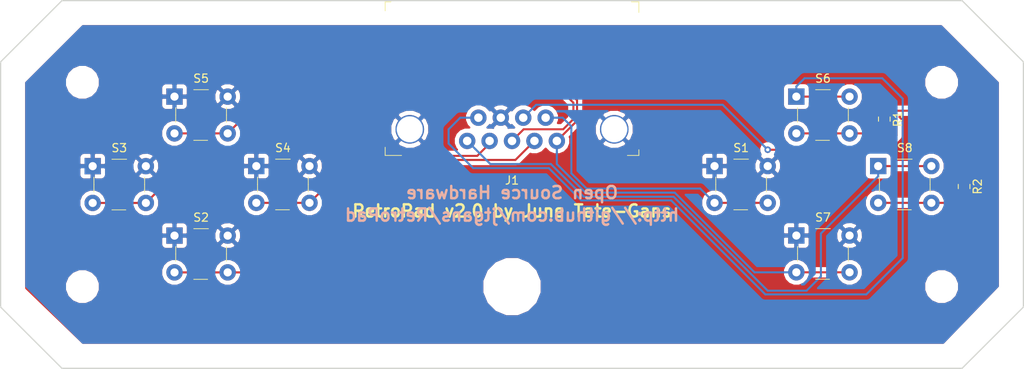
<source format=kicad_pcb>
(kicad_pcb (version 20171130) (host pcbnew "(5.0.1-3-g963ef8bb5)")

  (general
    (thickness 1.6)
    (drawings 30)
    (tracks 99)
    (zones 0)
    (modules 16)
    (nets 12)
  )

  (page A4)
  (layers
    (0 F.Cu signal hide)
    (31 B.Cu signal)
    (32 B.Adhes user)
    (33 F.Adhes user)
    (34 B.Paste user)
    (35 F.Paste user)
    (36 B.SilkS user)
    (37 F.SilkS user)
    (38 B.Mask user)
    (39 F.Mask user)
    (40 Dwgs.User user hide)
    (41 Cmts.User user)
    (42 Eco1.User user)
    (43 Eco2.User user)
    (44 Edge.Cuts user)
    (45 Margin user)
    (46 B.CrtYd user)
    (47 F.CrtYd user)
    (48 B.Fab user)
    (49 F.Fab user)
  )

  (setup
    (last_trace_width 0.25)
    (trace_clearance 0.2)
    (zone_clearance 0.508)
    (zone_45_only no)
    (trace_min 0.2)
    (segment_width 0.2)
    (edge_width 0.15)
    (via_size 0.8)
    (via_drill 0.4)
    (via_min_size 0.4)
    (via_min_drill 0.3)
    (uvia_size 0.3)
    (uvia_drill 0.1)
    (uvias_allowed no)
    (uvia_min_size 0.2)
    (uvia_min_drill 0.1)
    (pcb_text_width 0.3)
    (pcb_text_size 1.5 1.5)
    (mod_edge_width 0.15)
    (mod_text_size 1 1)
    (mod_text_width 0.15)
    (pad_size 1.524 1.524)
    (pad_drill 0.762)
    (pad_to_mask_clearance 0.051)
    (solder_mask_min_width 0.25)
    (aux_axis_origin 0 0)
    (visible_elements FFFFFF7F)
    (pcbplotparams
      (layerselection 0x010fc_ffffffff)
      (usegerberextensions false)
      (usegerberattributes false)
      (usegerberadvancedattributes false)
      (creategerberjobfile false)
      (excludeedgelayer true)
      (linewidth 0.100000)
      (plotframeref false)
      (viasonmask false)
      (mode 1)
      (useauxorigin false)
      (hpglpennumber 1)
      (hpglpenspeed 20)
      (hpglpendiameter 15.000000)
      (psnegative false)
      (psa4output false)
      (plotreference true)
      (plotvalue true)
      (plotinvisibletext false)
      (padsonsilk false)
      (subtractmaskfromsilk false)
      (outputformat 1)
      (mirror false)
      (drillshape 1)
      (scaleselection 1)
      (outputdirectory ""))
  )

  (net 0 "")
  (net 1 /GND)
  (net 2 /FIRE)
  (net 3 /DOWN)
  (net 4 /LEFT)
  (net 5 /RIGHT)
  (net 6 /UP)
  (net 7 /POTY)
  (net 8 /5V)
  (net 9 /POTX)
  (net 10 "Net-(R1-Pad2)")
  (net 11 "Net-(R2-Pad2)")

  (net_class Default "This is the default net class."
    (clearance 0.2)
    (trace_width 0.25)
    (via_dia 0.8)
    (via_drill 0.4)
    (uvia_dia 0.3)
    (uvia_drill 0.1)
    (add_net /5V)
    (add_net /DOWN)
    (add_net /FIRE)
    (add_net /GND)
    (add_net /LEFT)
    (add_net /POTX)
    (add_net /POTY)
    (add_net /RIGHT)
    (add_net /UP)
    (add_net "Net-(R1-Pad2)")
    (add_net "Net-(R2-Pad2)")
  )

  (module digikey-footprints:DSUB-9_Jack_5747840-3 locked (layer F.Cu) (tedit 5AD0FBDD) (tstamp 5CD271F8)
    (at 158.5 92.25)
    (descr http://www.te.com/commerce/DocumentDelivery/DDEController?Action=srchrtrv&DocNm=5747840&DocType=Customer+Drawing&DocLang=English)
    (path /5CBC2677)
    (fp_text reference J1 (at 0 6.25) (layer F.SilkS)
      (effects (font (size 1 1) (thickness 0.15)))
    )
    (fp_text value 5747840-3 (at 0 4.75) (layer F.Fab)
      (effects (font (size 1 1) (thickness 0.15)))
    )
    (fp_line (start -15.75 -15.75) (end -15.75 3.5) (layer F.CrtYd) (width 0.05))
    (fp_line (start -15.75 3.5) (end 15.75 3.5) (layer F.CrtYd) (width 0.05))
    (fp_line (start -15.75 -15.75) (end 15.75 -15.75) (layer F.CrtYd) (width 0.05))
    (fp_line (start 15.75 -15.75) (end 15.75 3.5) (layer F.CrtYd) (width 0.05))
    (fp_line (start -15.5 2.2) (end -15.5 3.2) (layer F.SilkS) (width 0.1))
    (fp_line (start -15.5 3.2) (end -13.5 3.2) (layer F.SilkS) (width 0.1))
    (fp_line (start 15.5 2.5) (end 15.5 3.2) (layer F.SilkS) (width 0.1))
    (fp_line (start 15.5 3.2) (end 14.1 3.2) (layer F.SilkS) (width 0.1))
    (fp_line (start 14.6 -15.6) (end 15.5 -15.6) (layer F.SilkS) (width 0.1))
    (fp_line (start 15.5 -15.6) (end 15.5 -14.3) (layer F.SilkS) (width 0.1))
    (fp_line (start -14.8 -15.6) (end -15.5 -15.6) (layer F.SilkS) (width 0.1))
    (fp_line (start -15.5 -15.6) (end -15.5 -14.5) (layer F.SilkS) (width 0.1))
    (fp_text user %R (at 0 -7.5) (layer F.Fab)
      (effects (font (size 1 1) (thickness 0.15)))
    )
    (fp_line (start 15.405 -15.49) (end 15.405 3.13) (layer F.Fab) (width 0.1))
    (fp_line (start -15.405 -15.49) (end 15.405 -15.49) (layer F.Fab) (width 0.1))
    (fp_line (start -15.405 -15.49) (end -15.405 3.13) (layer F.Fab) (width 0.1))
    (fp_line (start -15.405 3.13) (end 15.405 3.13) (layer F.Fab) (width 0.1))
    (pad 5 thru_hole circle (at -5.48 1.42) (size 2 2) (drill 1.04) (layers *.Cu *.Mask)
      (net 7 /POTY))
    (pad 9 thru_hole circle (at -4.11 -1.42) (size 2 2) (drill 1.04) (layers *.Cu *.Mask)
      (net 9 /POTX))
    (pad 4 thru_hole circle (at -2.74 1.42) (size 2 2) (drill 1.04) (layers *.Cu *.Mask)
      (net 5 /RIGHT))
    (pad 8 thru_hole circle (at -1.37 -1.42) (size 2 2) (drill 1.04) (layers *.Cu *.Mask)
      (net 1 /GND))
    (pad 3 thru_hole circle (at 0 1.42) (size 2 2) (drill 1.04) (layers *.Cu *.Mask)
      (net 4 /LEFT))
    (pad 7 thru_hole circle (at 1.37 -1.42) (size 2 2) (drill 1.04) (layers *.Cu *.Mask)
      (net 8 /5V))
    (pad 2 thru_hole circle (at 2.74 1.42) (size 2 2) (drill 1.04) (layers *.Cu *.Mask)
      (net 3 /DOWN))
    (pad 6 thru_hole circle (at 4.11 -1.42) (size 2 2) (drill 1.04) (layers *.Cu *.Mask)
      (net 2 /FIRE))
    (pad 1 thru_hole circle (at 5.48 1.42) (size 2 2) (drill 1.04) (layers *.Cu *.Mask)
      (net 6 /UP))
    (pad 10 thru_hole circle (at 12.495 0) (size 3.5 3.5) (drill 3.17) (layers *.Cu *.Mask)
      (net 1 /GND))
    (pad 10 thru_hole circle (at -12.495 0) (size 3.5 3.5) (drill 3.17) (layers *.Cu *.Mask)
      (net 1 /GND))
  )

  (module Resistor_SMD:R_0805_2012Metric_Pad1.15x1.40mm_HandSolder (layer F.Cu) (tedit 5B36C52B) (tstamp 5CD22772)
    (at 213.75 99.25 270)
    (descr "Resistor SMD 0805 (2012 Metric), square (rectangular) end terminal, IPC_7351 nominal with elongated pad for handsoldering. (Body size source: https://docs.google.com/spreadsheets/d/1BsfQQcO9C6DZCsRaXUlFlo91Tg2WpOkGARC1WS5S8t0/edit?usp=sharing), generated with kicad-footprint-generator")
    (tags "resistor handsolder")
    (path /5CBA1DF0)
    (attr smd)
    (fp_text reference R2 (at 0 -1.65 270) (layer F.SilkS)
      (effects (font (size 1 1) (thickness 0.15)))
    )
    (fp_text value 330 (at 0 1.65 270) (layer F.Fab)
      (effects (font (size 1 1) (thickness 0.15)))
    )
    (fp_text user %R (at 0 0 270) (layer F.Fab)
      (effects (font (size 0.5 0.5) (thickness 0.08)))
    )
    (fp_line (start 1.85 0.95) (end -1.85 0.95) (layer F.CrtYd) (width 0.05))
    (fp_line (start 1.85 -0.95) (end 1.85 0.95) (layer F.CrtYd) (width 0.05))
    (fp_line (start -1.85 -0.95) (end 1.85 -0.95) (layer F.CrtYd) (width 0.05))
    (fp_line (start -1.85 0.95) (end -1.85 -0.95) (layer F.CrtYd) (width 0.05))
    (fp_line (start -0.261252 0.71) (end 0.261252 0.71) (layer F.SilkS) (width 0.12))
    (fp_line (start -0.261252 -0.71) (end 0.261252 -0.71) (layer F.SilkS) (width 0.12))
    (fp_line (start 1 0.6) (end -1 0.6) (layer F.Fab) (width 0.1))
    (fp_line (start 1 -0.6) (end 1 0.6) (layer F.Fab) (width 0.1))
    (fp_line (start -1 -0.6) (end 1 -0.6) (layer F.Fab) (width 0.1))
    (fp_line (start -1 0.6) (end -1 -0.6) (layer F.Fab) (width 0.1))
    (pad 2 smd roundrect (at 1.025 0 270) (size 1.15 1.4) (layers F.Cu F.Paste F.Mask) (roundrect_rratio 0.217391)
      (net 11 "Net-(R2-Pad2)"))
    (pad 1 smd roundrect (at -1.025 0 270) (size 1.15 1.4) (layers F.Cu F.Paste F.Mask) (roundrect_rratio 0.217391)
      (net 8 /5V))
    (model ${KISYS3DMOD}/Resistor_SMD.3dshapes/R_0805_2012Metric.wrl
      (at (xyz 0 0 0))
      (scale (xyz 1 1 1))
      (rotate (xyz 0 0 0))
    )
  )

  (module Resistor_SMD:R_0805_2012Metric_Pad1.15x1.40mm_HandSolder (layer F.Cu) (tedit 5B36C52B) (tstamp 5CD22761)
    (at 204 91 270)
    (descr "Resistor SMD 0805 (2012 Metric), square (rectangular) end terminal, IPC_7351 nominal with elongated pad for handsoldering. (Body size source: https://docs.google.com/spreadsheets/d/1BsfQQcO9C6DZCsRaXUlFlo91Tg2WpOkGARC1WS5S8t0/edit?usp=sharing), generated with kicad-footprint-generator")
    (tags "resistor handsolder")
    (path /5CBA1C33)
    (attr smd)
    (fp_text reference R1 (at 0 -1.65 270) (layer F.SilkS)
      (effects (font (size 1 1) (thickness 0.15)))
    )
    (fp_text value 330 (at 0 1.65 270) (layer F.Fab)
      (effects (font (size 1 1) (thickness 0.15)))
    )
    (fp_line (start -1 0.6) (end -1 -0.6) (layer F.Fab) (width 0.1))
    (fp_line (start -1 -0.6) (end 1 -0.6) (layer F.Fab) (width 0.1))
    (fp_line (start 1 -0.6) (end 1 0.6) (layer F.Fab) (width 0.1))
    (fp_line (start 1 0.6) (end -1 0.6) (layer F.Fab) (width 0.1))
    (fp_line (start -0.261252 -0.71) (end 0.261252 -0.71) (layer F.SilkS) (width 0.12))
    (fp_line (start -0.261252 0.71) (end 0.261252 0.71) (layer F.SilkS) (width 0.12))
    (fp_line (start -1.85 0.95) (end -1.85 -0.95) (layer F.CrtYd) (width 0.05))
    (fp_line (start -1.85 -0.95) (end 1.85 -0.95) (layer F.CrtYd) (width 0.05))
    (fp_line (start 1.85 -0.95) (end 1.85 0.95) (layer F.CrtYd) (width 0.05))
    (fp_line (start 1.85 0.95) (end -1.85 0.95) (layer F.CrtYd) (width 0.05))
    (fp_text user %R (at 0 0 270) (layer F.Fab)
      (effects (font (size 0.5 0.5) (thickness 0.08)))
    )
    (pad 1 smd roundrect (at -1.025 0 270) (size 1.15 1.4) (layers F.Cu F.Paste F.Mask) (roundrect_rratio 0.217391)
      (net 8 /5V))
    (pad 2 smd roundrect (at 1.025 0 270) (size 1.15 1.4) (layers F.Cu F.Paste F.Mask) (roundrect_rratio 0.217391)
      (net 10 "Net-(R1-Pad2)"))
    (model ${KISYS3DMOD}/Resistor_SMD.3dshapes/R_0805_2012Metric.wrl
      (at (xyz 0 0 0))
      (scale (xyz 1 1 1))
      (rotate (xyz 0 0 0))
    )
  )

  (module digikey-footprints:Switch_Tactile_THT_B3F-1xxx (layer F.Cu) (tedit 5AF34B0A) (tstamp 5CD2352F)
    (at 203.2488 96.7394)
    (descr http://www.omron.com/ecb/products/pdf/en-b3f.pdf)
    (path /5CB94D89)
    (fp_text reference S8 (at 3.2512 -2.2094) (layer F.SilkS)
      (effects (font (size 1 1) (thickness 0.15)))
    )
    (fp_text value FIRE3 (at 3.2512 7.1006) (layer F.Fab)
      (effects (font (size 1 1) (thickness 0.15)))
    )
    (fp_line (start 0.2512 -0.7394) (end 6.2512 -0.7394) (layer F.Fab) (width 0.1))
    (fp_line (start 0.2512 5.2606) (end 6.2512 5.2606) (layer F.Fab) (width 0.1))
    (fp_line (start 0.2512 -0.7394) (end 0.2512 5.2606) (layer F.Fab) (width 0.1))
    (fp_line (start 6.2512 5.2606) (end 6.2512 -0.7394) (layer F.Fab) (width 0.1))
    (fp_text user %R (at 3.2512 2.2606) (layer F.Fab)
      (effects (font (size 1 1) (thickness 0.15)))
    )
    (fp_line (start 2.3512 5.3606) (end 4.0512 5.3606) (layer F.SilkS) (width 0.1))
    (fp_line (start 6.3512 2.2606) (end 6.3512 1.3606) (layer F.SilkS) (width 0.1))
    (fp_line (start 6.3512 2.2606) (end 6.3512 3.1606) (layer F.SilkS) (width 0.1))
    (fp_line (start 0.1512 2.2606) (end 0.1512 1.3606) (layer F.SilkS) (width 0.1))
    (fp_line (start 0.1512 2.2606) (end 0.1512 3.1606) (layer F.SilkS) (width 0.1))
    (fp_line (start 2.3512 -0.8394) (end 4.1512 -0.8394) (layer F.SilkS) (width 0.1))
    (fp_line (start -1.2488 -1.2394) (end 7.7512 -1.2394) (layer F.CrtYd) (width 0.05))
    (fp_line (start -1.2488 5.7606) (end 7.7512 5.7606) (layer F.CrtYd) (width 0.05))
    (fp_line (start -1.2488 5.7606) (end -1.2488 -1.2394) (layer F.CrtYd) (width 0.05))
    (fp_line (start 7.7512 -1.2394) (end 7.7512 5.7606) (layer F.CrtYd) (width 0.05))
    (pad 4 thru_hole circle (at 6.5012 4.5106) (size 2 2) (drill 1) (layers *.Cu *.Mask)
      (net 11 "Net-(R2-Pad2)"))
    (pad 3 thru_hole circle (at 0.0012 4.5106) (size 2 2) (drill 1) (layers *.Cu *.Mask)
      (net 11 "Net-(R2-Pad2)"))
    (pad 2 thru_hole circle (at 6.5012 0.0106) (size 2 2) (drill 1) (layers *.Cu *.Mask)
      (net 7 /POTY))
    (pad 1 thru_hole rect (at 0.0012 0.0106) (size 2 2) (drill 1) (layers *.Cu *.Mask)
      (net 7 /POTY))
  )

  (module digikey-footprints:Switch_Tactile_THT_B3F-1xxx (layer F.Cu) (tedit 5AF34B0A) (tstamp 5CD2270D)
    (at 193.2488 88.2394)
    (descr http://www.omron.com/ecb/products/pdf/en-b3f.pdf)
    (path /5CB94C26)
    (fp_text reference S6 (at 3.2512 -2.2094) (layer F.SilkS)
      (effects (font (size 1 1) (thickness 0.15)))
    )
    (fp_text value FIRE2 (at 3.2512 7.1006) (layer F.Fab)
      (effects (font (size 1 1) (thickness 0.15)))
    )
    (fp_line (start 7.7512 -1.2394) (end 7.7512 5.7606) (layer F.CrtYd) (width 0.05))
    (fp_line (start -1.2488 5.7606) (end -1.2488 -1.2394) (layer F.CrtYd) (width 0.05))
    (fp_line (start -1.2488 5.7606) (end 7.7512 5.7606) (layer F.CrtYd) (width 0.05))
    (fp_line (start -1.2488 -1.2394) (end 7.7512 -1.2394) (layer F.CrtYd) (width 0.05))
    (fp_line (start 2.3512 -0.8394) (end 4.1512 -0.8394) (layer F.SilkS) (width 0.1))
    (fp_line (start 0.1512 2.2606) (end 0.1512 3.1606) (layer F.SilkS) (width 0.1))
    (fp_line (start 0.1512 2.2606) (end 0.1512 1.3606) (layer F.SilkS) (width 0.1))
    (fp_line (start 6.3512 2.2606) (end 6.3512 3.1606) (layer F.SilkS) (width 0.1))
    (fp_line (start 6.3512 2.2606) (end 6.3512 1.3606) (layer F.SilkS) (width 0.1))
    (fp_line (start 2.3512 5.3606) (end 4.0512 5.3606) (layer F.SilkS) (width 0.1))
    (fp_text user %R (at 3.2512 2.2606) (layer F.Fab)
      (effects (font (size 1 1) (thickness 0.15)))
    )
    (fp_line (start 6.2512 5.2606) (end 6.2512 -0.7394) (layer F.Fab) (width 0.1))
    (fp_line (start 0.2512 -0.7394) (end 0.2512 5.2606) (layer F.Fab) (width 0.1))
    (fp_line (start 0.2512 5.2606) (end 6.2512 5.2606) (layer F.Fab) (width 0.1))
    (fp_line (start 0.2512 -0.7394) (end 6.2512 -0.7394) (layer F.Fab) (width 0.1))
    (pad 1 thru_hole rect (at 0.0012 0.0106) (size 2 2) (drill 1) (layers *.Cu *.Mask)
      (net 9 /POTX))
    (pad 2 thru_hole circle (at 6.5012 0.0106) (size 2 2) (drill 1) (layers *.Cu *.Mask)
      (net 9 /POTX))
    (pad 3 thru_hole circle (at 0.0012 4.5106) (size 2 2) (drill 1) (layers *.Cu *.Mask)
      (net 10 "Net-(R1-Pad2)"))
    (pad 4 thru_hole circle (at 6.5012 4.5106) (size 2 2) (drill 1) (layers *.Cu *.Mask)
      (net 10 "Net-(R1-Pad2)"))
  )

  (module digikey-footprints:Switch_Tactile_THT_B3F-1xxx (layer F.Cu) (tedit 5AF34B0A) (tstamp 5C9D149E)
    (at 193.2488 105.2394)
    (descr http://www.omron.com/ecb/products/pdf/en-b3f.pdf)
    (path /5C90A140)
    (fp_text reference S7 (at 3.2512 -2.2094) (layer F.SilkS)
      (effects (font (size 1 1) (thickness 0.15)))
    )
    (fp_text value JUMP (at 3.2512 7.1006) (layer F.Fab)
      (effects (font (size 1 1) (thickness 0.15)))
    )
    (fp_line (start 7.7512 -1.2394) (end 7.7512 5.7606) (layer F.CrtYd) (width 0.05))
    (fp_line (start -1.2488 5.7606) (end -1.2488 -1.2394) (layer F.CrtYd) (width 0.05))
    (fp_line (start -1.2488 5.7606) (end 7.7512 5.7606) (layer F.CrtYd) (width 0.05))
    (fp_line (start -1.2488 -1.2394) (end 7.7512 -1.2394) (layer F.CrtYd) (width 0.05))
    (fp_line (start 2.3512 -0.8394) (end 4.1512 -0.8394) (layer F.SilkS) (width 0.1))
    (fp_line (start 0.1512 2.2606) (end 0.1512 3.1606) (layer F.SilkS) (width 0.1))
    (fp_line (start 0.1512 2.2606) (end 0.1512 1.3606) (layer F.SilkS) (width 0.1))
    (fp_line (start 6.3512 2.2606) (end 6.3512 3.1606) (layer F.SilkS) (width 0.1))
    (fp_line (start 6.3512 2.2606) (end 6.3512 1.3606) (layer F.SilkS) (width 0.1))
    (fp_line (start 2.3512 5.3606) (end 4.0512 5.3606) (layer F.SilkS) (width 0.1))
    (fp_text user %R (at 3.2512 2.2606) (layer F.Fab)
      (effects (font (size 1 1) (thickness 0.15)))
    )
    (fp_line (start 6.2512 5.2606) (end 6.2512 -0.7394) (layer F.Fab) (width 0.1))
    (fp_line (start 0.2512 -0.7394) (end 0.2512 5.2606) (layer F.Fab) (width 0.1))
    (fp_line (start 0.2512 5.2606) (end 6.2512 5.2606) (layer F.Fab) (width 0.1))
    (fp_line (start 0.2512 -0.7394) (end 6.2512 -0.7394) (layer F.Fab) (width 0.1))
    (pad 1 thru_hole rect (at 0.0012 0.0106) (size 2 2) (drill 1) (layers *.Cu *.Mask)
      (net 1 /GND))
    (pad 2 thru_hole circle (at 6.5012 0.0106) (size 2 2) (drill 1) (layers *.Cu *.Mask)
      (net 1 /GND))
    (pad 3 thru_hole circle (at 0.0012 4.5106) (size 2 2) (drill 1) (layers *.Cu *.Mask)
      (net 6 /UP))
    (pad 4 thru_hole circle (at 6.5012 4.5106) (size 2 2) (drill 1) (layers *.Cu *.Mask)
      (net 6 /UP))
    (model "${KIPRJMOD}/Omron B3F-1000.step"
      (offset (xyz 3.25 -2.25 0))
      (scale (xyz 1 1 1))
      (rotate (xyz 0 0 0))
    )
  )

  (module digikey-footprints:Switch_Tactile_THT_B3F-1xxx (layer F.Cu) (tedit 5AF34B0A) (tstamp 5C9D1487)
    (at 117.2488 88.2394)
    (descr http://www.omron.com/ecb/products/pdf/en-b3f.pdf)
    (path /5C909C22)
    (fp_text reference S5 (at 3.2512 -2.2094) (layer F.SilkS)
      (effects (font (size 1 1) (thickness 0.15)))
    )
    (fp_text value UP (at 3.2512 7.1006) (layer F.Fab)
      (effects (font (size 1 1) (thickness 0.15)))
    )
    (fp_line (start 0.2512 -0.7394) (end 6.2512 -0.7394) (layer F.Fab) (width 0.1))
    (fp_line (start 0.2512 5.2606) (end 6.2512 5.2606) (layer F.Fab) (width 0.1))
    (fp_line (start 0.2512 -0.7394) (end 0.2512 5.2606) (layer F.Fab) (width 0.1))
    (fp_line (start 6.2512 5.2606) (end 6.2512 -0.7394) (layer F.Fab) (width 0.1))
    (fp_text user %R (at 3.2512 2.2606) (layer F.Fab)
      (effects (font (size 1 1) (thickness 0.15)))
    )
    (fp_line (start 2.3512 5.3606) (end 4.0512 5.3606) (layer F.SilkS) (width 0.1))
    (fp_line (start 6.3512 2.2606) (end 6.3512 1.3606) (layer F.SilkS) (width 0.1))
    (fp_line (start 6.3512 2.2606) (end 6.3512 3.1606) (layer F.SilkS) (width 0.1))
    (fp_line (start 0.1512 2.2606) (end 0.1512 1.3606) (layer F.SilkS) (width 0.1))
    (fp_line (start 0.1512 2.2606) (end 0.1512 3.1606) (layer F.SilkS) (width 0.1))
    (fp_line (start 2.3512 -0.8394) (end 4.1512 -0.8394) (layer F.SilkS) (width 0.1))
    (fp_line (start -1.2488 -1.2394) (end 7.7512 -1.2394) (layer F.CrtYd) (width 0.05))
    (fp_line (start -1.2488 5.7606) (end 7.7512 5.7606) (layer F.CrtYd) (width 0.05))
    (fp_line (start -1.2488 5.7606) (end -1.2488 -1.2394) (layer F.CrtYd) (width 0.05))
    (fp_line (start 7.7512 -1.2394) (end 7.7512 5.7606) (layer F.CrtYd) (width 0.05))
    (pad 4 thru_hole circle (at 6.5012 4.5106) (size 2 2) (drill 1) (layers *.Cu *.Mask)
      (net 6 /UP))
    (pad 3 thru_hole circle (at 0.0012 4.5106) (size 2 2) (drill 1) (layers *.Cu *.Mask)
      (net 6 /UP))
    (pad 2 thru_hole circle (at 6.5012 0.0106) (size 2 2) (drill 1) (layers *.Cu *.Mask)
      (net 1 /GND))
    (pad 1 thru_hole rect (at 0.0012 0.0106) (size 2 2) (drill 1) (layers *.Cu *.Mask)
      (net 1 /GND))
    (model "${KIPRJMOD}/Omron B3F-1000.step"
      (offset (xyz 3.25 -2.25 0))
      (scale (xyz 1 1 1))
      (rotate (xyz 0 0 0))
    )
  )

  (module digikey-footprints:Switch_Tactile_THT_B3F-1xxx (layer F.Cu) (tedit 5AF34B0A) (tstamp 5C9D1470)
    (at 127.2488 96.7394)
    (descr http://www.omron.com/ecb/products/pdf/en-b3f.pdf)
    (path /5C909FB5)
    (fp_text reference S4 (at 3.2512 -2.2094) (layer F.SilkS)
      (effects (font (size 1 1) (thickness 0.15)))
    )
    (fp_text value RIGHT (at 3.2512 7.1006) (layer F.Fab)
      (effects (font (size 1 1) (thickness 0.15)))
    )
    (fp_line (start 0.2512 -0.7394) (end 6.2512 -0.7394) (layer F.Fab) (width 0.1))
    (fp_line (start 0.2512 5.2606) (end 6.2512 5.2606) (layer F.Fab) (width 0.1))
    (fp_line (start 0.2512 -0.7394) (end 0.2512 5.2606) (layer F.Fab) (width 0.1))
    (fp_line (start 6.2512 5.2606) (end 6.2512 -0.7394) (layer F.Fab) (width 0.1))
    (fp_text user %R (at 3.2512 2.2606) (layer F.Fab)
      (effects (font (size 1 1) (thickness 0.15)))
    )
    (fp_line (start 2.3512 5.3606) (end 4.0512 5.3606) (layer F.SilkS) (width 0.1))
    (fp_line (start 6.3512 2.2606) (end 6.3512 1.3606) (layer F.SilkS) (width 0.1))
    (fp_line (start 6.3512 2.2606) (end 6.3512 3.1606) (layer F.SilkS) (width 0.1))
    (fp_line (start 0.1512 2.2606) (end 0.1512 1.3606) (layer F.SilkS) (width 0.1))
    (fp_line (start 0.1512 2.2606) (end 0.1512 3.1606) (layer F.SilkS) (width 0.1))
    (fp_line (start 2.3512 -0.8394) (end 4.1512 -0.8394) (layer F.SilkS) (width 0.1))
    (fp_line (start -1.2488 -1.2394) (end 7.7512 -1.2394) (layer F.CrtYd) (width 0.05))
    (fp_line (start -1.2488 5.7606) (end 7.7512 5.7606) (layer F.CrtYd) (width 0.05))
    (fp_line (start -1.2488 5.7606) (end -1.2488 -1.2394) (layer F.CrtYd) (width 0.05))
    (fp_line (start 7.7512 -1.2394) (end 7.7512 5.7606) (layer F.CrtYd) (width 0.05))
    (pad 4 thru_hole circle (at 6.5012 4.5106) (size 2 2) (drill 1) (layers *.Cu *.Mask)
      (net 5 /RIGHT))
    (pad 3 thru_hole circle (at 0.0012 4.5106) (size 2 2) (drill 1) (layers *.Cu *.Mask)
      (net 5 /RIGHT))
    (pad 2 thru_hole circle (at 6.5012 0.0106) (size 2 2) (drill 1) (layers *.Cu *.Mask)
      (net 1 /GND))
    (pad 1 thru_hole rect (at 0.0012 0.0106) (size 2 2) (drill 1) (layers *.Cu *.Mask)
      (net 1 /GND))
    (model "${KIPRJMOD}/Omron B3F-1000.step"
      (offset (xyz 3.25 -2.25 0))
      (scale (xyz 1 1 1))
      (rotate (xyz 0 0 0))
    )
  )

  (module digikey-footprints:Switch_Tactile_THT_B3F-1xxx (layer F.Cu) (tedit 5AF34B0A) (tstamp 5C9D1459)
    (at 107.25 96.75)
    (descr http://www.omron.com/ecb/products/pdf/en-b3f.pdf)
    (path /5C909EFC)
    (fp_text reference S3 (at 3.2512 -2.2094) (layer F.SilkS)
      (effects (font (size 1 1) (thickness 0.15)))
    )
    (fp_text value LEFT (at 3.2512 7.1006) (layer F.Fab)
      (effects (font (size 1 1) (thickness 0.15)))
    )
    (fp_line (start 7.7512 -1.2394) (end 7.7512 5.7606) (layer F.CrtYd) (width 0.05))
    (fp_line (start -1.2488 5.7606) (end -1.2488 -1.2394) (layer F.CrtYd) (width 0.05))
    (fp_line (start -1.2488 5.7606) (end 7.7512 5.7606) (layer F.CrtYd) (width 0.05))
    (fp_line (start -1.2488 -1.2394) (end 7.7512 -1.2394) (layer F.CrtYd) (width 0.05))
    (fp_line (start 2.3512 -0.8394) (end 4.1512 -0.8394) (layer F.SilkS) (width 0.1))
    (fp_line (start 0.1512 2.2606) (end 0.1512 3.1606) (layer F.SilkS) (width 0.1))
    (fp_line (start 0.1512 2.2606) (end 0.1512 1.3606) (layer F.SilkS) (width 0.1))
    (fp_line (start 6.3512 2.2606) (end 6.3512 3.1606) (layer F.SilkS) (width 0.1))
    (fp_line (start 6.3512 2.2606) (end 6.3512 1.3606) (layer F.SilkS) (width 0.1))
    (fp_line (start 2.3512 5.3606) (end 4.0512 5.3606) (layer F.SilkS) (width 0.1))
    (fp_text user %R (at 3.2512 2.2606) (layer F.Fab)
      (effects (font (size 1 1) (thickness 0.15)))
    )
    (fp_line (start 6.2512 5.2606) (end 6.2512 -0.7394) (layer F.Fab) (width 0.1))
    (fp_line (start 0.2512 -0.7394) (end 0.2512 5.2606) (layer F.Fab) (width 0.1))
    (fp_line (start 0.2512 5.2606) (end 6.2512 5.2606) (layer F.Fab) (width 0.1))
    (fp_line (start 0.2512 -0.7394) (end 6.2512 -0.7394) (layer F.Fab) (width 0.1))
    (pad 1 thru_hole rect (at 0.0012 0.0106) (size 2 2) (drill 1) (layers *.Cu *.Mask)
      (net 1 /GND))
    (pad 2 thru_hole circle (at 6.5012 0.0106) (size 2 2) (drill 1) (layers *.Cu *.Mask)
      (net 1 /GND))
    (pad 3 thru_hole circle (at 0.0012 4.5106) (size 2 2) (drill 1) (layers *.Cu *.Mask)
      (net 4 /LEFT))
    (pad 4 thru_hole circle (at 6.5012 4.5106) (size 2 2) (drill 1) (layers *.Cu *.Mask)
      (net 4 /LEFT))
    (model "${KIPRJMOD}/Omron B3F-1000.step"
      (offset (xyz 3.25 -2.25 0))
      (scale (xyz 1 1 1))
      (rotate (xyz 0 0 0))
    )
  )

  (module digikey-footprints:Switch_Tactile_THT_B3F-1xxx (layer F.Cu) (tedit 5AF34B0A) (tstamp 5C9D1442)
    (at 117.25 105.25)
    (descr http://www.omron.com/ecb/products/pdf/en-b3f.pdf)
    (path /5C909EAC)
    (fp_text reference S2 (at 3.2512 -2.2094) (layer F.SilkS)
      (effects (font (size 1 1) (thickness 0.15)))
    )
    (fp_text value DOWN (at 3.2512 7.1006) (layer F.Fab)
      (effects (font (size 1 1) (thickness 0.15)))
    )
    (fp_line (start 0.2512 -0.7394) (end 6.2512 -0.7394) (layer F.Fab) (width 0.1))
    (fp_line (start 0.2512 5.2606) (end 6.2512 5.2606) (layer F.Fab) (width 0.1))
    (fp_line (start 0.2512 -0.7394) (end 0.2512 5.2606) (layer F.Fab) (width 0.1))
    (fp_line (start 6.2512 5.2606) (end 6.2512 -0.7394) (layer F.Fab) (width 0.1))
    (fp_text user %R (at 3.2512 2.2606) (layer F.Fab)
      (effects (font (size 1 1) (thickness 0.15)))
    )
    (fp_line (start 2.3512 5.3606) (end 4.0512 5.3606) (layer F.SilkS) (width 0.1))
    (fp_line (start 6.3512 2.2606) (end 6.3512 1.3606) (layer F.SilkS) (width 0.1))
    (fp_line (start 6.3512 2.2606) (end 6.3512 3.1606) (layer F.SilkS) (width 0.1))
    (fp_line (start 0.1512 2.2606) (end 0.1512 1.3606) (layer F.SilkS) (width 0.1))
    (fp_line (start 0.1512 2.2606) (end 0.1512 3.1606) (layer F.SilkS) (width 0.1))
    (fp_line (start 2.3512 -0.8394) (end 4.1512 -0.8394) (layer F.SilkS) (width 0.1))
    (fp_line (start -1.2488 -1.2394) (end 7.7512 -1.2394) (layer F.CrtYd) (width 0.05))
    (fp_line (start -1.2488 5.7606) (end 7.7512 5.7606) (layer F.CrtYd) (width 0.05))
    (fp_line (start -1.2488 5.7606) (end -1.2488 -1.2394) (layer F.CrtYd) (width 0.05))
    (fp_line (start 7.7512 -1.2394) (end 7.7512 5.7606) (layer F.CrtYd) (width 0.05))
    (pad 4 thru_hole circle (at 6.5012 4.5106) (size 2 2) (drill 1) (layers *.Cu *.Mask)
      (net 3 /DOWN))
    (pad 3 thru_hole circle (at 0.0012 4.5106) (size 2 2) (drill 1) (layers *.Cu *.Mask)
      (net 3 /DOWN))
    (pad 2 thru_hole circle (at 6.5012 0.0106) (size 2 2) (drill 1) (layers *.Cu *.Mask)
      (net 1 /GND))
    (pad 1 thru_hole rect (at 0.0012 0.0106) (size 2 2) (drill 1) (layers *.Cu *.Mask)
      (net 1 /GND))
    (model "${KIPRJMOD}/Omron B3F-1000.step"
      (offset (xyz 3.25 -2.25 0))
      (scale (xyz 1 1 1))
      (rotate (xyz 0 0 0))
    )
  )

  (module digikey-footprints:Switch_Tactile_THT_B3F-1xxx (layer F.Cu) (tedit 5AF34B0A) (tstamp 5CB1D4A8)
    (at 183.2488 96.7394)
    (descr http://www.omron.com/ecb/products/pdf/en-b3f.pdf)
    (path /5C90A063)
    (fp_text reference S1 (at 3.2512 -2.2094) (layer F.SilkS)
      (effects (font (size 1 1) (thickness 0.15)))
    )
    (fp_text value FIRE (at 3.2512 7.1006) (layer F.Fab)
      (effects (font (size 1 1) (thickness 0.15)))
    )
    (fp_line (start 7.7512 -1.2394) (end 7.7512 5.7606) (layer F.CrtYd) (width 0.05))
    (fp_line (start -1.2488 5.7606) (end -1.2488 -1.2394) (layer F.CrtYd) (width 0.05))
    (fp_line (start -1.2488 5.7606) (end 7.7512 5.7606) (layer F.CrtYd) (width 0.05))
    (fp_line (start -1.2488 -1.2394) (end 7.7512 -1.2394) (layer F.CrtYd) (width 0.05))
    (fp_line (start 2.3512 -0.8394) (end 4.1512 -0.8394) (layer F.SilkS) (width 0.1))
    (fp_line (start 0.1512 2.2606) (end 0.1512 3.1606) (layer F.SilkS) (width 0.1))
    (fp_line (start 0.1512 2.2606) (end 0.1512 1.3606) (layer F.SilkS) (width 0.1))
    (fp_line (start 6.3512 2.2606) (end 6.3512 3.1606) (layer F.SilkS) (width 0.1))
    (fp_line (start 6.3512 2.2606) (end 6.3512 1.3606) (layer F.SilkS) (width 0.1))
    (fp_line (start 2.3512 5.3606) (end 4.0512 5.3606) (layer F.SilkS) (width 0.1))
    (fp_text user %R (at 3.2512 2.2606) (layer F.Fab)
      (effects (font (size 1 1) (thickness 0.15)))
    )
    (fp_line (start 6.2512 5.2606) (end 6.2512 -0.7394) (layer F.Fab) (width 0.1))
    (fp_line (start 0.2512 -0.7394) (end 0.2512 5.2606) (layer F.Fab) (width 0.1))
    (fp_line (start 0.2512 5.2606) (end 6.2512 5.2606) (layer F.Fab) (width 0.1))
    (fp_line (start 0.2512 -0.7394) (end 6.2512 -0.7394) (layer F.Fab) (width 0.1))
    (pad 1 thru_hole rect (at 0.0012 0.0106) (size 2 2) (drill 1) (layers *.Cu *.Mask)
      (net 1 /GND))
    (pad 2 thru_hole circle (at 6.5012 0.0106) (size 2 2) (drill 1) (layers *.Cu *.Mask)
      (net 1 /GND))
    (pad 3 thru_hole circle (at 0.0012 4.5106) (size 2 2) (drill 1) (layers *.Cu *.Mask)
      (net 2 /FIRE))
    (pad 4 thru_hole circle (at 6.5012 4.5106) (size 2 2) (drill 1) (layers *.Cu *.Mask)
      (net 2 /FIRE))
    (model "${KIPRJMOD}/Omron B3F-1000.step"
      (offset (xyz 3.25 -2.25 0))
      (scale (xyz 1 1 1))
      (rotate (xyz 0 0 0))
    )
  )

  (module MountingHole:MountingHole_3mm (layer F.Cu) (tedit 5CB95F73) (tstamp 5CD270CE)
    (at 106 86.5)
    (descr "Mounting Hole 3mm, no annular")
    (tags "mounting hole 3mm no annular")
    (attr virtual)
    (fp_text reference 3mm_UL (at 0 -4) (layer F.SilkS) hide
      (effects (font (size 1 1) (thickness 0.15)))
    )
    (fp_text value MountingHole_3mm (at 0 4) (layer F.Fab) hide
      (effects (font (size 1 1) (thickness 0.15)))
    )
    (fp_circle (center 0 0) (end 3.25 0) (layer F.CrtYd) (width 0.05))
    (fp_circle (center 0 0) (end 3 0) (layer Cmts.User) (width 0.15))
    (fp_text user %R (at 0.3 0) (layer F.Fab)
      (effects (font (size 1 1) (thickness 0.15)))
    )
    (pad 1 np_thru_hole circle (at 0 0) (size 3 3) (drill 3) (layers *.Cu *.Mask))
  )

  (module MountingHole:MountingHole_3mm (layer F.Cu) (tedit 5CB95F8D) (tstamp 5CD270EC)
    (at 106 111.5)
    (descr "Mounting Hole 3mm, no annular")
    (tags "mounting hole 3mm no annular")
    (attr virtual)
    (fp_text reference 3mm_LL (at 0 -4) (layer F.SilkS) hide
      (effects (font (size 1 1) (thickness 0.15)))
    )
    (fp_text value MountingHole_3mm (at 0 4) (layer F.Fab) hide
      (effects (font (size 1 1) (thickness 0.15)))
    )
    (fp_circle (center 0 0) (end 3.25 0) (layer F.CrtYd) (width 0.05))
    (fp_circle (center 0 0) (end 3 0) (layer Cmts.User) (width 0.15))
    (fp_text user %R (at 0.3 0) (layer F.Fab)
      (effects (font (size 1 1) (thickness 0.15)))
    )
    (pad 1 np_thru_hole circle (at 0 0) (size 3 3) (drill 3) (layers *.Cu *.Mask))
  )

  (module MountingHole:MountingHole_3mm (layer F.Cu) (tedit 5CB95F9D) (tstamp 5CD27102)
    (at 211 86.5)
    (descr "Mounting Hole 3mm, no annular")
    (tags "mounting hole 3mm no annular")
    (attr virtual)
    (fp_text reference 3mm_UR (at 0 -4) (layer F.SilkS) hide
      (effects (font (size 1 1) (thickness 0.15)))
    )
    (fp_text value MountingHole_3mm (at 0 4) (layer F.Fab) hide
      (effects (font (size 1 1) (thickness 0.15)))
    )
    (fp_circle (center 0 0) (end 3.25 0) (layer F.CrtYd) (width 0.05))
    (fp_circle (center 0 0) (end 3 0) (layer Cmts.User) (width 0.15))
    (fp_text user %R (at 0.3 0) (layer F.Fab)
      (effects (font (size 1 1) (thickness 0.15)))
    )
    (pad 1 np_thru_hole circle (at 0 0) (size 3 3) (drill 3) (layers *.Cu *.Mask))
  )

  (module MountingHole:MountingHole_3mm (layer F.Cu) (tedit 5CB95FC1) (tstamp 5CD27118)
    (at 211 111.5)
    (descr "Mounting Hole 3mm, no annular")
    (tags "mounting hole 3mm no annular")
    (attr virtual)
    (fp_text reference 3mm_LR (at 0 -4) (layer F.SilkS) hide
      (effects (font (size 1 1) (thickness 0.15)))
    )
    (fp_text value MountingHole_3mm (at 0 4) (layer F.Fab) hide
      (effects (font (size 1 1) (thickness 0.15)))
    )
    (fp_circle (center 0 0) (end 3.25 0) (layer F.CrtYd) (width 0.05))
    (fp_circle (center 0 0) (end 3 0) (layer Cmts.User) (width 0.15))
    (fp_text user %R (at 0.3 0) (layer F.Fab)
      (effects (font (size 1 1) (thickness 0.15)))
    )
    (pad 1 np_thru_hole circle (at 0 0) (size 3 3) (drill 3) (layers *.Cu *.Mask))
  )

  (module MountingHole:MountingHole_6mm (layer F.Cu) (tedit 5CB95FD2) (tstamp 5CD2713D)
    (at 158.5 111.5)
    (descr "Mounting Hole 6mm, no annular")
    (tags "mounting hole 6mm no annular")
    (attr virtual)
    (fp_text reference 6mm_C (at 0 -7) (layer F.SilkS) hide
      (effects (font (size 1 1) (thickness 0.15)))
    )
    (fp_text value MountingHole_6mm (at 0 7) (layer F.Fab) hide
      (effects (font (size 1 1) (thickness 0.15)))
    )
    (fp_circle (center 0 0) (end 6.25 0) (layer F.CrtYd) (width 0.05))
    (fp_circle (center 0 0) (end 6 0) (layer Cmts.User) (width 0.15))
    (fp_text user %R (at 0.3 0) (layer F.Fab)
      (effects (font (size 1 1) (thickness 0.15)))
    )
    (pad 1 np_thru_hole circle (at 0 0) (size 6 6) (drill 6) (layers *.Cu *.Mask))
  )

  (gr_text "Open Source Hardware" (at 158.5 100) (layer B.SilkS)
    (effects (font (size 1.5 1.5) (thickness 0.3)) (justify mirror))
  )
  (gr_text http://github.com/jtgans/RetroPad (at 158.5 102.75) (layer B.SilkS)
    (effects (font (size 1.5 1.5) (thickness 0.3)) (justify mirror))
  )
  (dimension 10 (width 0.3) (layer Dwgs.User)
    (gr_text "10.000 mm" (at 101 125.6) (layer Dwgs.User)
      (effects (font (size 1.5 1.5) (thickness 0.3)))
    )
    (feature1 (pts (xy 96 111.5) (xy 96 124.086421)))
    (feature2 (pts (xy 106 111.5) (xy 106 124.086421)))
    (crossbar (pts (xy 106 123.5) (xy 96 123.5)))
    (arrow1a (pts (xy 96 123.5) (xy 97.126504 122.913579)))
    (arrow1b (pts (xy 96 123.5) (xy 97.126504 124.086421)))
    (arrow2a (pts (xy 106 123.5) (xy 104.873496 122.913579)))
    (arrow2b (pts (xy 106 123.5) (xy 104.873496 124.086421)))
  )
  (gr_line (start 158.5 79.5) (end 158.5 118.5) (layer Dwgs.User) (width 0.2))
  (dimension 52.5 (width 0.3) (layer Dwgs.User)
    (gr_text "52.500 mm" (at 184.75 64.4) (layer Dwgs.User)
      (effects (font (size 1.5 1.5) (thickness 0.3)))
    )
    (feature1 (pts (xy 158.5 79.5) (xy 158.5 65.913579)))
    (feature2 (pts (xy 211 79.5) (xy 211 65.913579)))
    (crossbar (pts (xy 211 66.5) (xy 158.5 66.5)))
    (arrow1a (pts (xy 158.5 66.5) (xy 159.626504 65.913579)))
    (arrow1b (pts (xy 158.5 66.5) (xy 159.626504 67.086421)))
    (arrow2a (pts (xy 211 66.5) (xy 209.873496 65.913579)))
    (arrow2b (pts (xy 211 66.5) (xy 209.873496 67.086421)))
  )
  (gr_line (start 99 99) (end 218 99) (layer Dwgs.User) (width 0.2))
  (dimension 12.5 (width 0.3) (layer Dwgs.User)
    (gr_text "12.500 mm" (at 92.4 105.25 90) (layer Dwgs.User)
      (effects (font (size 1.5 1.5) (thickness 0.3)))
    )
    (feature1 (pts (xy 99 99) (xy 93.913579 99)))
    (feature2 (pts (xy 99 111.5) (xy 93.913579 111.5)))
    (crossbar (pts (xy 94.5 111.5) (xy 94.5 99)))
    (arrow1a (pts (xy 94.5 99) (xy 95.086421 100.126504)))
    (arrow1b (pts (xy 94.5 99) (xy 93.913579 100.126504)))
    (arrow2a (pts (xy 94.5 111.5) (xy 95.086421 110.373496)))
    (arrow2b (pts (xy 94.5 111.5) (xy 93.913579 110.373496)))
  )
  (dimension 105 (width 0.3) (layer Dwgs.User) (tstamp 5CD2723B)
    (gr_text "105.000 mm" (at 158.5 68.9) (layer Dwgs.User) (tstamp 5CD27244)
      (effects (font (size 1.5 1.5) (thickness 0.3)))
    )
    (feature1 (pts (xy 211 79.5) (xy 211 70.413579)))
    (feature2 (pts (xy 106 79.5) (xy 106 70.413579)))
    (crossbar (pts (xy 106 71) (xy 211 71)))
    (arrow1a (pts (xy 211 71) (xy 209.873496 71.586421)))
    (arrow1b (pts (xy 211 71) (xy 209.873496 70.413579)))
    (arrow2a (pts (xy 106 71) (xy 107.126504 71.586421)))
    (arrow2b (pts (xy 106 71) (xy 107.126504 70.413579)))
  )
  (dimension 25 (width 0.3) (layer Dwgs.User)
    (gr_text "25.000 mm" (at 87.65 99 270) (layer Dwgs.User)
      (effects (font (size 1.5 1.5) (thickness 0.3)))
    )
    (feature1 (pts (xy 99 111.5) (xy 89.163579 111.5)))
    (feature2 (pts (xy 99 86.5) (xy 89.163579 86.5)))
    (crossbar (pts (xy 89.75 86.5) (xy 89.75 111.5)))
    (arrow1a (pts (xy 89.75 111.5) (xy 89.163579 110.373496)))
    (arrow1b (pts (xy 89.75 111.5) (xy 90.336421 110.373496)))
    (arrow2a (pts (xy 89.75 86.5) (xy 89.163579 87.626504)))
    (arrow2b (pts (xy 89.75 86.5) (xy 90.336421 87.626504)))
  )
  (gr_line (start 218 111.5) (end 99 111.5) (layer Dwgs.User) (width 0.2))
  (gr_line (start 211 79.5) (end 211 118.5) (layer Dwgs.User) (width 0.2))
  (gr_line (start 99 86.5) (end 218 86.5) (layer Dwgs.User) (width 0.2))
  (gr_line (start 106 118.5) (end 106 79.5) (layer Dwgs.User) (width 0.2))
  (gr_text "RetroPad v2.0 by June Tate-Gans" (at 158.5 102.25) (layer F.SilkS)
    (effects (font (size 1.5 1.5) (thickness 0.3)))
  )
  (gr_line (start 99 111.5) (end 106 118.5) (layer Margin) (width 0.2))
  (gr_line (start 106 79.5) (end 99 86.5) (layer Margin) (width 0.2))
  (gr_line (start 211 79.5) (end 218 86.5) (layer Margin) (width 0.2))
  (gr_line (start 211 118.5) (end 218 111.5) (layer Margin) (width 0.2))
  (gr_line (start 96 84) (end 103.5 76.5) (layer Edge.Cuts) (width 0.15))
  (gr_line (start 103.5 121.5) (end 96 114) (layer Edge.Cuts) (width 0.15))
  (gr_line (start 221 114) (end 213.5 121.5) (layer Edge.Cuts) (width 0.15))
  (gr_line (start 213.5 76.5) (end 221 84) (layer Edge.Cuts) (width 0.15))
  (gr_line (start 99 111.5) (end 99 86.5) (layer Margin) (width 0.2))
  (gr_line (start 211 118.5) (end 106 118.5) (layer Margin) (width 0.2))
  (gr_line (start 218 86.5) (end 218 111.5) (layer Margin) (width 0.2))
  (gr_line (start 106 79.5) (end 211 79.5) (layer Margin) (width 0.2))
  (gr_line (start 96 114) (end 96 84) (layer Edge.Cuts) (width 0.15))
  (gr_line (start 213.5 121.5) (end 103.5 121.5) (layer Edge.Cuts) (width 0.15))
  (gr_line (start 221 84) (end 221 114) (layer Edge.Cuts) (width 0.15))
  (gr_line (start 103.5 76.5) (end 213.5 76.5) (layer Edge.Cuts) (width 0.15))

  (segment (start 188.335787 101.25) (end 183.25 101.25) (width 0.25) (layer F.Cu) (net 2))
  (segment (start 189.75 101.25) (end 188.335787 101.25) (width 0.25) (layer F.Cu) (net 2))
  (segment (start 164.024213 90.83) (end 162.61 90.83) (width 0.25) (layer B.Cu) (net 2))
  (segment (start 164.69359 90.83) (end 164.024213 90.83) (width 0.25) (layer B.Cu) (net 2))
  (segment (start 165.75 91.88641) (end 164.69359 90.83) (width 0.25) (layer B.Cu) (net 2))
  (segment (start 165.75 97.636411) (end 165.75 91.88641) (width 0.25) (layer B.Cu) (net 2))
  (segment (start 167.613589 99.5) (end 165.75 97.636411) (width 0.25) (layer B.Cu) (net 2))
  (segment (start 181.5 99.5) (end 167.613589 99.5) (width 0.25) (layer B.Cu) (net 2))
  (segment (start 183.25 101.25) (end 181.5 99.5) (width 0.25) (layer B.Cu) (net 2))
  (segment (start 117.2512 109.7606) (end 123.7512 109.7606) (width 0.25) (layer F.Cu) (net 3))
  (segment (start 138 100.25) (end 128.4894 109.7606) (width 0.25) (layer F.Cu) (net 3))
  (segment (start 128.4894 109.7606) (end 123.7512 109.7606) (width 0.25) (layer F.Cu) (net 3))
  (segment (start 144.25 100.25) (end 138 100.25) (width 0.25) (layer F.Cu) (net 3))
  (segment (start 148.5 96) (end 144.25 100.25) (width 0.25) (layer F.Cu) (net 3))
  (segment (start 158.91 96) (end 148.5 96) (width 0.25) (layer F.Cu) (net 3))
  (segment (start 161.24 93.67) (end 158.91 96) (width 0.25) (layer F.Cu) (net 3))
  (segment (start 107.2512 101.2606) (end 113.7512 101.2606) (width 0.25) (layer F.Cu) (net 4))
  (segment (start 114.751199 100.260601) (end 113.7512 101.2606) (width 0.25) (layer F.Cu) (net 4))
  (segment (start 120.0118 95) (end 114.751199 100.260601) (width 0.25) (layer F.Cu) (net 4))
  (segment (start 159.92 92.25) (end 164.75 92.25) (width 0.25) (layer F.Cu) (net 4))
  (segment (start 125.75 93.75) (end 124.5 95) (width 0.25) (layer F.Cu) (net 4))
  (segment (start 125.75 91.5) (end 125.75 93.75) (width 0.25) (layer F.Cu) (net 4))
  (segment (start 132.25 85) (end 125.75 91.5) (width 0.25) (layer F.Cu) (net 4))
  (segment (start 162 85) (end 132.25 85) (width 0.25) (layer F.Cu) (net 4))
  (segment (start 166 89) (end 162 85) (width 0.25) (layer F.Cu) (net 4))
  (segment (start 124.5 95) (end 120.0118 95) (width 0.25) (layer F.Cu) (net 4))
  (segment (start 158.5 93.67) (end 159.92 92.25) (width 0.25) (layer F.Cu) (net 4))
  (segment (start 166 91) (end 166 89) (width 0.25) (layer F.Cu) (net 4))
  (segment (start 164.75 92.25) (end 166 91) (width 0.25) (layer F.Cu) (net 4))
  (segment (start 127.25 101.25) (end 133.75 101.25) (width 0.25) (layer F.Cu) (net 5))
  (segment (start 134.749999 100.250001) (end 133.75 101.25) (width 0.25) (layer F.Cu) (net 5))
  (segment (start 135.200011 99.799989) (end 134.749999 100.250001) (width 0.25) (layer F.Cu) (net 5))
  (segment (start 148.25 95.5) (end 143.950011 99.799989) (width 0.25) (layer F.Cu) (net 5))
  (segment (start 154.25 95.5) (end 148.25 95.5) (width 0.25) (layer F.Cu) (net 5))
  (segment (start 155.76 93.99) (end 154.25 95.5) (width 0.25) (layer F.Cu) (net 5))
  (segment (start 155.76 93.67) (end 155.76 93.99) (width 0.25) (layer F.Cu) (net 5))
  (segment (start 143.950011 99.799989) (end 135.200011 99.799989) (width 0.25) (layer F.Cu) (net 5))
  (segment (start 117.25 92.75) (end 123.75 92.75) (width 0.25) (layer F.Cu) (net 6))
  (segment (start 193.25 109.75) (end 199.75 109.75) (width 0.25) (layer F.Cu) (net 6))
  (segment (start 163.98 95.084213) (end 163.98 93.67) (width 0.25) (layer B.Cu) (net 6))
  (segment (start 193.25 109.75) (end 188.13641 109.75) (width 0.25) (layer B.Cu) (net 6))
  (segment (start 163.98 96.502822) (end 163.98 95.084213) (width 0.25) (layer B.Cu) (net 6))
  (segment (start 167.477178 100) (end 163.98 96.502822) (width 0.25) (layer B.Cu) (net 6))
  (segment (start 178.38641 100) (end 167.477178 100) (width 0.25) (layer B.Cu) (net 6))
  (segment (start 188.13641 109.75) (end 178.38641 100) (width 0.25) (layer B.Cu) (net 6))
  (segment (start 162.25 84.5) (end 132 84.5) (width 0.25) (layer F.Cu) (net 6))
  (segment (start 166.450011 88.700011) (end 162.25 84.5) (width 0.25) (layer F.Cu) (net 6))
  (segment (start 166.450011 91.199989) (end 166.450011 88.700011) (width 0.25) (layer F.Cu) (net 6))
  (segment (start 163.98 93.67) (end 166.450011 91.199989) (width 0.25) (layer F.Cu) (net 6))
  (segment (start 132 84.5) (end 124.749999 91.750001) (width 0.25) (layer F.Cu) (net 6))
  (segment (start 124.749999 91.750001) (end 123.75 92.75) (width 0.25) (layer F.Cu) (net 6))
  (segment (start 209.75 96.75) (end 203.25 96.75) (width 0.25) (layer F.Cu) (net 7))
  (segment (start 154.019999 94.669999) (end 153.02 93.67) (width 0.25) (layer B.Cu) (net 7))
  (segment (start 155.85 96.5) (end 154.019999 94.669999) (width 0.25) (layer B.Cu) (net 7))
  (segment (start 167.25 100.5) (end 163.25 96.5) (width 0.25) (layer B.Cu) (net 7))
  (segment (start 178.25 100.5) (end 167.25 100.5) (width 0.25) (layer B.Cu) (net 7))
  (segment (start 189.75 112) (end 178.25 100.5) (width 0.25) (layer B.Cu) (net 7))
  (segment (start 196.25 105) (end 196.25 110.25) (width 0.25) (layer B.Cu) (net 7))
  (segment (start 163.25 96.5) (end 155.85 96.5) (width 0.25) (layer B.Cu) (net 7))
  (segment (start 196.25 110.25) (end 194.5 112) (width 0.25) (layer B.Cu) (net 7))
  (segment (start 203.25 98) (end 196.25 105) (width 0.25) (layer B.Cu) (net 7))
  (segment (start 194.5 112) (end 189.75 112) (width 0.25) (layer B.Cu) (net 7))
  (segment (start 203.25 96.75) (end 203.25 98) (width 0.25) (layer B.Cu) (net 7))
  (segment (start 213.75 95.75) (end 213.75 98.225) (width 0.25) (layer F.Cu) (net 8))
  (segment (start 207.975 89.975) (end 213.75 95.75) (width 0.25) (layer F.Cu) (net 8))
  (segment (start 204 89.975) (end 207.975 89.975) (width 0.25) (layer F.Cu) (net 8))
  (segment (start 184.25 89.25) (end 189.350001 94.350001) (width 0.25) (layer B.Cu) (net 8))
  (segment (start 189.350001 94.350001) (end 189.75 94.75) (width 0.25) (layer B.Cu) (net 8))
  (segment (start 159.87 90.83) (end 161.45 89.25) (width 0.25) (layer B.Cu) (net 8))
  (segment (start 161.45 89.25) (end 184.25 89.25) (width 0.25) (layer B.Cu) (net 8))
  (via (at 189.75 94.75) (size 0.8) (drill 0.4) (layers F.Cu B.Cu) (net 8))
  (segment (start 203.75 94.75) (end 190.315685 94.75) (width 0.25) (layer F.Cu) (net 8))
  (segment (start 190.315685 94.75) (end 189.75 94.75) (width 0.25) (layer F.Cu) (net 8))
  (segment (start 205.5 93) (end 203.75 94.75) (width 0.25) (layer F.Cu) (net 8))
  (segment (start 205.5 91.475) (end 205.5 93) (width 0.25) (layer F.Cu) (net 8))
  (segment (start 204 89.975) (end 205.5 91.475) (width 0.25) (layer F.Cu) (net 8))
  (segment (start 199.75 88.25) (end 193.25 88.25) (width 0.25) (layer F.Cu) (net 9))
  (segment (start 154.25 90.69) (end 154.39 90.83) (width 0.25) (layer B.Cu) (net 9))
  (segment (start 193.25 87) (end 194.25 86) (width 0.25) (layer B.Cu) (net 9))
  (segment (start 193.25 88.25) (end 193.25 87) (width 0.25) (layer B.Cu) (net 9))
  (segment (start 194.25 86) (end 203.75 86) (width 0.25) (layer B.Cu) (net 9))
  (segment (start 203.75 86) (end 206.25 88.5) (width 0.25) (layer B.Cu) (net 9))
  (segment (start 206.25 88.5) (end 206.25 108) (width 0.25) (layer B.Cu) (net 9))
  (segment (start 201.79999 112.45001) (end 189.45001 112.45001) (width 0.25) (layer B.Cu) (net 9))
  (segment (start 206.25 108) (end 201.79999 112.45001) (width 0.25) (layer B.Cu) (net 9))
  (segment (start 189.45001 112.45001) (end 177.95001 100.95001) (width 0.25) (layer B.Cu) (net 9))
  (segment (start 177.95001 100.95001) (end 166.95001 100.95001) (width 0.25) (layer B.Cu) (net 9))
  (segment (start 166.95001 100.95001) (end 163 97) (width 0.25) (layer B.Cu) (net 9))
  (segment (start 163 97) (end 153.75 97) (width 0.25) (layer B.Cu) (net 9))
  (segment (start 153.75 97) (end 150.75 94) (width 0.25) (layer B.Cu) (net 9))
  (segment (start 150.75 94) (end 150.75 92.25) (width 0.25) (layer B.Cu) (net 9))
  (segment (start 152.17 90.83) (end 154.39 90.83) (width 0.25) (layer B.Cu) (net 9))
  (segment (start 150.75 92.25) (end 152.17 90.83) (width 0.25) (layer B.Cu) (net 9))
  (segment (start 199.75 92.75) (end 193.25 92.75) (width 0.25) (layer F.Cu) (net 10))
  (segment (start 203.275 92.75) (end 204 92.025) (width 0.25) (layer F.Cu) (net 10))
  (segment (start 199.75 92.75) (end 203.275 92.75) (width 0.25) (layer F.Cu) (net 10))
  (segment (start 203.25 101.25) (end 209.75 101.25) (width 0.25) (layer F.Cu) (net 11))
  (segment (start 212.775 101.25) (end 213.75 100.275) (width 0.25) (layer F.Cu) (net 11))
  (segment (start 209.75 101.25) (end 212.775 101.25) (width 0.25) (layer F.Cu) (net 11))

  (zone (net 1) (net_name /GND) (layer F.Cu) (tstamp 0) (hatch edge 0.508)
    (connect_pads (clearance 0.508))
    (min_thickness 0.254)
    (fill yes (arc_segments 16) (thermal_gap 0.508) (thermal_bridge_width 0.508))
    (polygon
      (pts
        (xy 99 86.5) (xy 106 79.5) (xy 211 79.5) (xy 218 86.5) (xy 218 111.5)
        (xy 211.25 118.5) (xy 106 118.5) (xy 99 111.75)
      )
    )
    (filled_polygon
      (pts
        (xy 217.873 86.552606) (xy 217.873 111.448743) (xy 211.196038 118.373) (xy 106.051257 118.373) (xy 99.127 111.696038)
        (xy 99.127 111.075322) (xy 103.865 111.075322) (xy 103.865 111.924678) (xy 104.190034 112.70938) (xy 104.79062 113.309966)
        (xy 105.575322 113.635) (xy 106.424678 113.635) (xy 107.20938 113.309966) (xy 107.809966 112.70938) (xy 108.135 111.924678)
        (xy 108.135 111.075322) (xy 107.809966 110.29062) (xy 107.20938 109.690034) (xy 106.424678 109.365) (xy 105.575322 109.365)
        (xy 104.79062 109.690034) (xy 104.190034 110.29062) (xy 103.865 111.075322) (xy 99.127 111.075322) (xy 99.127 105.54635)
        (xy 115.6162 105.54635) (xy 115.6162 106.38691) (xy 115.712873 106.620299) (xy 115.891502 106.798927) (xy 116.124891 106.8956)
        (xy 116.96545 106.8956) (xy 117.1242 106.73685) (xy 117.1242 105.3876) (xy 117.3782 105.3876) (xy 117.3782 106.73685)
        (xy 117.53695 106.8956) (xy 118.377509 106.8956) (xy 118.610898 106.798927) (xy 118.789527 106.620299) (xy 118.875338 106.413132)
        (xy 122.778273 106.413132) (xy 122.876936 106.679987) (xy 123.486661 106.906508) (xy 124.13666 106.882456) (xy 124.625464 106.679987)
        (xy 124.724127 106.413132) (xy 123.7512 105.440205) (xy 122.778273 106.413132) (xy 118.875338 106.413132) (xy 118.8862 106.38691)
        (xy 118.8862 105.54635) (xy 118.72745 105.3876) (xy 117.3782 105.3876) (xy 117.1242 105.3876) (xy 115.77495 105.3876)
        (xy 115.6162 105.54635) (xy 99.127 105.54635) (xy 99.127 104.13429) (xy 115.6162 104.13429) (xy 115.6162 104.97485)
        (xy 115.77495 105.1336) (xy 117.1242 105.1336) (xy 117.1242 103.78435) (xy 117.3782 103.78435) (xy 117.3782 105.1336)
        (xy 118.72745 105.1336) (xy 118.864989 104.996061) (xy 122.105292 104.996061) (xy 122.129344 105.64606) (xy 122.331813 106.134864)
        (xy 122.598668 106.233527) (xy 123.571595 105.2606) (xy 123.930805 105.2606) (xy 124.903732 106.233527) (xy 125.170587 106.134864)
        (xy 125.397108 105.525139) (xy 125.373056 104.87514) (xy 125.170587 104.386336) (xy 124.903732 104.287673) (xy 123.930805 105.2606)
        (xy 123.571595 105.2606) (xy 122.598668 104.287673) (xy 122.331813 104.386336) (xy 122.105292 104.996061) (xy 118.864989 104.996061)
        (xy 118.8862 104.97485) (xy 118.8862 104.13429) (xy 118.875339 104.108068) (xy 122.778273 104.108068) (xy 123.7512 105.080995)
        (xy 124.724127 104.108068) (xy 124.625464 103.841213) (xy 124.015739 103.614692) (xy 123.36574 103.638744) (xy 122.876936 103.841213)
        (xy 122.778273 104.108068) (xy 118.875339 104.108068) (xy 118.789527 103.900901) (xy 118.610898 103.722273) (xy 118.377509 103.6256)
        (xy 117.53695 103.6256) (xy 117.3782 103.78435) (xy 117.1242 103.78435) (xy 116.96545 103.6256) (xy 116.124891 103.6256)
        (xy 115.891502 103.722273) (xy 115.712873 103.900901) (xy 115.6162 104.13429) (xy 99.127 104.13429) (xy 99.127 100.935378)
        (xy 105.6162 100.935378) (xy 105.6162 101.585822) (xy 105.865114 102.186753) (xy 106.325047 102.646686) (xy 106.925978 102.8956)
        (xy 107.576422 102.8956) (xy 108.177353 102.646686) (xy 108.637286 102.186753) (xy 108.706109 102.0206) (xy 112.296291 102.0206)
        (xy 112.365114 102.186753) (xy 112.825047 102.646686) (xy 113.425978 102.8956) (xy 114.076422 102.8956) (xy 114.677353 102.646686)
        (xy 115.137286 102.186753) (xy 115.3862 101.585822) (xy 115.3862 100.935378) (xy 115.317377 100.769225) (xy 115.341528 100.745074)
        (xy 115.34153 100.745071) (xy 119.050851 97.03575) (xy 125.615 97.03575) (xy 125.615 97.87631) (xy 125.711673 98.109699)
        (xy 125.890302 98.288327) (xy 126.123691 98.385) (xy 126.96425 98.385) (xy 127.123 98.22625) (xy 127.123 96.877)
        (xy 127.377 96.877) (xy 127.377 98.22625) (xy 127.53575 98.385) (xy 128.376309 98.385) (xy 128.609698 98.288327)
        (xy 128.788327 98.109699) (xy 128.874138 97.902532) (xy 132.777073 97.902532) (xy 132.875736 98.169387) (xy 133.485461 98.395908)
        (xy 134.13546 98.371856) (xy 134.624264 98.169387) (xy 134.722927 97.902532) (xy 133.75 96.929605) (xy 132.777073 97.902532)
        (xy 128.874138 97.902532) (xy 128.885 97.87631) (xy 128.885 97.03575) (xy 128.72625 96.877) (xy 127.377 96.877)
        (xy 127.123 96.877) (xy 125.77375 96.877) (xy 125.615 97.03575) (xy 119.050851 97.03575) (xy 120.326602 95.76)
        (xy 124.425153 95.76) (xy 124.5 95.774888) (xy 124.574847 95.76) (xy 124.574852 95.76) (xy 124.796537 95.715904)
        (xy 124.934544 95.62369) (xy 125.615 95.62369) (xy 125.615 96.46425) (xy 125.77375 96.623) (xy 127.123 96.623)
        (xy 127.123 95.27375) (xy 127.377 95.27375) (xy 127.377 96.623) (xy 128.72625 96.623) (xy 128.863789 96.485461)
        (xy 132.104092 96.485461) (xy 132.128144 97.13546) (xy 132.330613 97.624264) (xy 132.597468 97.722927) (xy 133.570395 96.75)
        (xy 133.929605 96.75) (xy 134.902532 97.722927) (xy 135.169387 97.624264) (xy 135.395908 97.014539) (xy 135.371856 96.36454)
        (xy 135.169387 95.875736) (xy 134.902532 95.777073) (xy 133.929605 96.75) (xy 133.570395 96.75) (xy 132.597468 95.777073)
        (xy 132.330613 95.875736) (xy 132.104092 96.485461) (xy 128.863789 96.485461) (xy 128.885 96.46425) (xy 128.885 95.62369)
        (xy 128.874139 95.597468) (xy 132.777073 95.597468) (xy 133.75 96.570395) (xy 134.722927 95.597468) (xy 134.624264 95.330613)
        (xy 134.014539 95.104092) (xy 133.36454 95.128144) (xy 132.875736 95.330613) (xy 132.777073 95.597468) (xy 128.874139 95.597468)
        (xy 128.788327 95.390301) (xy 128.609698 95.211673) (xy 128.376309 95.115) (xy 127.53575 95.115) (xy 127.377 95.27375)
        (xy 127.123 95.27375) (xy 126.96425 95.115) (xy 126.123691 95.115) (xy 125.890302 95.211673) (xy 125.711673 95.390301)
        (xy 125.615 95.62369) (xy 124.934544 95.62369) (xy 125.047929 95.547929) (xy 125.090331 95.48447) (xy 126.234473 94.340329)
        (xy 126.297929 94.297929) (xy 126.465904 94.046537) (xy 126.486194 93.944528) (xy 144.490077 93.944528) (xy 144.680364 94.289271)
        (xy 145.561591 94.640956) (xy 146.510323 94.628641) (xy 147.329636 94.289271) (xy 147.519923 93.944528) (xy 146.005 92.429605)
        (xy 144.490077 93.944528) (xy 126.486194 93.944528) (xy 126.51 93.824852) (xy 126.51 93.824847) (xy 126.524888 93.75)
        (xy 126.51 93.675153) (xy 126.51 91.814801) (xy 126.51821 91.806591) (xy 143.614044 91.806591) (xy 143.626359 92.755323)
        (xy 143.965729 93.574636) (xy 144.310472 93.764923) (xy 145.825395 92.25) (xy 146.184605 92.25) (xy 147.699528 93.764923)
        (xy 148.044271 93.574636) (xy 148.395956 92.693409) (xy 148.383641 91.744677) (xy 148.044271 90.925364) (xy 147.699528 90.735077)
        (xy 146.184605 92.25) (xy 145.825395 92.25) (xy 144.310472 90.735077) (xy 143.965729 90.925364) (xy 143.614044 91.806591)
        (xy 126.51821 91.806591) (xy 127.769329 90.555472) (xy 144.490077 90.555472) (xy 146.005 92.070395) (xy 147.519923 90.555472)
        (xy 147.329636 90.210729) (xy 146.448409 89.859044) (xy 145.499677 89.871359) (xy 144.680364 90.210729) (xy 144.490077 90.555472)
        (xy 127.769329 90.555472) (xy 132.564802 85.76) (xy 161.685199 85.76) (xy 165.240001 89.314803) (xy 165.24 90.685198)
        (xy 164.435199 91.49) (xy 164.10633 91.49) (xy 164.245 91.155222) (xy 164.245 90.504778) (xy 163.996086 89.903847)
        (xy 163.536153 89.443914) (xy 162.935222 89.195) (xy 162.284778 89.195) (xy 161.683847 89.443914) (xy 161.24 89.887761)
        (xy 160.796153 89.443914) (xy 160.195222 89.195) (xy 159.544778 89.195) (xy 158.943847 89.443914) (xy 158.483914 89.903847)
        (xy 158.473971 89.927853) (xy 158.282532 89.857073) (xy 157.309605 90.83) (xy 158.282532 91.802927) (xy 158.473971 91.732147)
        (xy 158.483914 91.756153) (xy 158.762761 92.035) (xy 158.174778 92.035) (xy 158.067027 92.079632) (xy 158.102927 91.982532)
        (xy 157.13 91.009605) (xy 156.157073 91.982532) (xy 156.192973 92.079632) (xy 156.085222 92.035) (xy 155.497239 92.035)
        (xy 155.776086 91.756153) (xy 155.786029 91.732147) (xy 155.977468 91.802927) (xy 156.950395 90.83) (xy 155.977468 89.857073)
        (xy 155.786029 89.927853) (xy 155.776086 89.903847) (xy 155.549707 89.677468) (xy 156.157073 89.677468) (xy 157.13 90.650395)
        (xy 158.102927 89.677468) (xy 158.004264 89.410613) (xy 157.394539 89.184092) (xy 156.74454 89.208144) (xy 156.255736 89.410613)
        (xy 156.157073 89.677468) (xy 155.549707 89.677468) (xy 155.316153 89.443914) (xy 154.715222 89.195) (xy 154.064778 89.195)
        (xy 153.463847 89.443914) (xy 153.003914 89.903847) (xy 152.755 90.504778) (xy 152.755 91.155222) (xy 153.003914 91.756153)
        (xy 153.282761 92.035) (xy 152.694778 92.035) (xy 152.093847 92.283914) (xy 151.633914 92.743847) (xy 151.385 93.344778)
        (xy 151.385 93.995222) (xy 151.633914 94.596153) (xy 151.777761 94.74) (xy 148.324848 94.74) (xy 148.25 94.725112)
        (xy 148.175152 94.74) (xy 148.175148 94.74) (xy 148.001605 94.77452) (xy 147.953462 94.784096) (xy 147.766418 94.909076)
        (xy 147.702071 94.952071) (xy 147.659671 95.015527) (xy 143.63521 99.039989) (xy 135.274857 99.039989) (xy 135.20001 99.025101)
        (xy 135.125163 99.039989) (xy 135.125159 99.039989) (xy 134.903474 99.084085) (xy 134.652082 99.25206) (xy 134.60968 99.315519)
        (xy 134.265529 99.65967) (xy 134.265526 99.659672) (xy 134.241375 99.683823) (xy 134.075222 99.615) (xy 133.424778 99.615)
        (xy 132.823847 99.863914) (xy 132.363914 100.323847) (xy 132.295091 100.49) (xy 128.704909 100.49) (xy 128.636086 100.323847)
        (xy 128.176153 99.863914) (xy 127.575222 99.615) (xy 126.924778 99.615) (xy 126.323847 99.863914) (xy 125.863914 100.323847)
        (xy 125.615 100.924778) (xy 125.615 101.575222) (xy 125.863914 102.176153) (xy 126.323847 102.636086) (xy 126.924778 102.885)
        (xy 127.575222 102.885) (xy 128.176153 102.636086) (xy 128.636086 102.176153) (xy 128.704909 102.01) (xy 132.295091 102.01)
        (xy 132.363914 102.176153) (xy 132.823847 102.636086) (xy 133.424778 102.885) (xy 134.075222 102.885) (xy 134.44221 102.732989)
        (xy 128.174599 109.0006) (xy 125.206109 109.0006) (xy 125.137286 108.834447) (xy 124.677353 108.374514) (xy 124.076422 108.1256)
        (xy 123.425978 108.1256) (xy 122.825047 108.374514) (xy 122.365114 108.834447) (xy 122.296291 109.0006) (xy 118.706109 109.0006)
        (xy 118.637286 108.834447) (xy 118.177353 108.374514) (xy 117.576422 108.1256) (xy 116.925978 108.1256) (xy 116.325047 108.374514)
        (xy 115.865114 108.834447) (xy 115.6162 109.435378) (xy 115.6162 110.085822) (xy 115.865114 110.686753) (xy 116.325047 111.146686)
        (xy 116.925978 111.3956) (xy 117.576422 111.3956) (xy 118.177353 111.146686) (xy 118.637286 110.686753) (xy 118.706109 110.5206)
        (xy 122.296291 110.5206) (xy 122.365114 110.686753) (xy 122.825047 111.146686) (xy 123.425978 111.3956) (xy 124.076422 111.3956)
        (xy 124.677353 111.146686) (xy 125.047085 110.776954) (xy 154.865 110.776954) (xy 154.865 112.223046) (xy 155.418396 113.559062)
        (xy 156.440938 114.581604) (xy 157.776954 115.135) (xy 159.223046 115.135) (xy 160.559062 114.581604) (xy 161.581604 113.559062)
        (xy 162.135 112.223046) (xy 162.135 110.776954) (xy 161.581604 109.440938) (xy 161.565444 109.424778) (xy 191.615 109.424778)
        (xy 191.615 110.075222) (xy 191.863914 110.676153) (xy 192.323847 111.136086) (xy 192.924778 111.385) (xy 193.575222 111.385)
        (xy 194.176153 111.136086) (xy 194.636086 110.676153) (xy 194.704909 110.51) (xy 198.295091 110.51) (xy 198.363914 110.676153)
        (xy 198.823847 111.136086) (xy 199.424778 111.385) (xy 200.075222 111.385) (xy 200.676153 111.136086) (xy 200.736917 111.075322)
        (xy 208.865 111.075322) (xy 208.865 111.924678) (xy 209.190034 112.70938) (xy 209.79062 113.309966) (xy 210.575322 113.635)
        (xy 211.424678 113.635) (xy 212.20938 113.309966) (xy 212.809966 112.70938) (xy 213.135 111.924678) (xy 213.135 111.075322)
        (xy 212.809966 110.29062) (xy 212.20938 109.690034) (xy 211.424678 109.365) (xy 210.575322 109.365) (xy 209.79062 109.690034)
        (xy 209.190034 110.29062) (xy 208.865 111.075322) (xy 200.736917 111.075322) (xy 201.136086 110.676153) (xy 201.385 110.075222)
        (xy 201.385 109.424778) (xy 201.136086 108.823847) (xy 200.676153 108.363914) (xy 200.075222 108.115) (xy 199.424778 108.115)
        (xy 198.823847 108.363914) (xy 198.363914 108.823847) (xy 198.295091 108.99) (xy 194.704909 108.99) (xy 194.636086 108.823847)
        (xy 194.176153 108.363914) (xy 193.575222 108.115) (xy 192.924778 108.115) (xy 192.323847 108.363914) (xy 191.863914 108.823847)
        (xy 191.615 109.424778) (xy 161.565444 109.424778) (xy 160.559062 108.418396) (xy 159.223046 107.865) (xy 157.776954 107.865)
        (xy 156.440938 108.418396) (xy 155.418396 109.440938) (xy 154.865 110.776954) (xy 125.047085 110.776954) (xy 125.137286 110.686753)
        (xy 125.206109 110.5206) (xy 128.414553 110.5206) (xy 128.4894 110.535488) (xy 128.564247 110.5206) (xy 128.564252 110.5206)
        (xy 128.785937 110.476504) (xy 129.037329 110.308529) (xy 129.079731 110.24507) (xy 133.789051 105.53575) (xy 191.615 105.53575)
        (xy 191.615 106.37631) (xy 191.711673 106.609699) (xy 191.890302 106.788327) (xy 192.123691 106.885) (xy 192.96425 106.885)
        (xy 193.123 106.72625) (xy 193.123 105.377) (xy 193.377 105.377) (xy 193.377 106.72625) (xy 193.53575 106.885)
        (xy 194.376309 106.885) (xy 194.609698 106.788327) (xy 194.788327 106.609699) (xy 194.874138 106.402532) (xy 198.777073 106.402532)
        (xy 198.875736 106.669387) (xy 199.485461 106.895908) (xy 200.13546 106.871856) (xy 200.624264 106.669387) (xy 200.722927 106.402532)
        (xy 199.75 105.429605) (xy 198.777073 106.402532) (xy 194.874138 106.402532) (xy 194.885 106.37631) (xy 194.885 105.53575)
        (xy 194.72625 105.377) (xy 193.377 105.377) (xy 193.123 105.377) (xy 191.77375 105.377) (xy 191.615 105.53575)
        (xy 133.789051 105.53575) (xy 135.201111 104.12369) (xy 191.615 104.12369) (xy 191.615 104.96425) (xy 191.77375 105.123)
        (xy 193.123 105.123) (xy 193.123 103.77375) (xy 193.377 103.77375) (xy 193.377 105.123) (xy 194.72625 105.123)
        (xy 194.863789 104.985461) (xy 198.104092 104.985461) (xy 198.128144 105.63546) (xy 198.330613 106.124264) (xy 198.597468 106.222927)
        (xy 199.570395 105.25) (xy 199.929605 105.25) (xy 200.902532 106.222927) (xy 201.169387 106.124264) (xy 201.395908 105.514539)
        (xy 201.371856 104.86454) (xy 201.169387 104.375736) (xy 200.902532 104.277073) (xy 199.929605 105.25) (xy 199.570395 105.25)
        (xy 198.597468 104.277073) (xy 198.330613 104.375736) (xy 198.104092 104.985461) (xy 194.863789 104.985461) (xy 194.885 104.96425)
        (xy 194.885 104.12369) (xy 194.874139 104.097468) (xy 198.777073 104.097468) (xy 199.75 105.070395) (xy 200.722927 104.097468)
        (xy 200.624264 103.830613) (xy 200.014539 103.604092) (xy 199.36454 103.628144) (xy 198.875736 103.830613) (xy 198.777073 104.097468)
        (xy 194.874139 104.097468) (xy 194.788327 103.890301) (xy 194.609698 103.711673) (xy 194.376309 103.615) (xy 193.53575 103.615)
        (xy 193.377 103.77375) (xy 193.123 103.77375) (xy 192.96425 103.615) (xy 192.123691 103.615) (xy 191.890302 103.711673)
        (xy 191.711673 103.890301) (xy 191.615 104.12369) (xy 135.201111 104.12369) (xy 138.314802 101.01) (xy 144.175153 101.01)
        (xy 144.25 101.024888) (xy 144.324847 101.01) (xy 144.324852 101.01) (xy 144.546537 100.965904) (xy 144.608086 100.924778)
        (xy 181.615 100.924778) (xy 181.615 101.575222) (xy 181.863914 102.176153) (xy 182.323847 102.636086) (xy 182.924778 102.885)
        (xy 183.575222 102.885) (xy 184.176153 102.636086) (xy 184.636086 102.176153) (xy 184.704909 102.01) (xy 188.295091 102.01)
        (xy 188.363914 102.176153) (xy 188.823847 102.636086) (xy 189.424778 102.885) (xy 190.075222 102.885) (xy 190.676153 102.636086)
        (xy 191.136086 102.176153) (xy 191.385 101.575222) (xy 191.385 100.924778) (xy 191.136086 100.323847) (xy 190.676153 99.863914)
        (xy 190.075222 99.615) (xy 189.424778 99.615) (xy 188.823847 99.863914) (xy 188.363914 100.323847) (xy 188.295091 100.49)
        (xy 184.704909 100.49) (xy 184.636086 100.323847) (xy 184.176153 99.863914) (xy 183.575222 99.615) (xy 182.924778 99.615)
        (xy 182.323847 99.863914) (xy 181.863914 100.323847) (xy 181.615 100.924778) (xy 144.608086 100.924778) (xy 144.797929 100.797929)
        (xy 144.840331 100.73447) (xy 148.539051 97.03575) (xy 181.615 97.03575) (xy 181.615 97.87631) (xy 181.711673 98.109699)
        (xy 181.890302 98.288327) (xy 182.123691 98.385) (xy 182.96425 98.385) (xy 183.123 98.22625) (xy 183.123 96.877)
        (xy 183.377 96.877) (xy 183.377 98.22625) (xy 183.53575 98.385) (xy 184.376309 98.385) (xy 184.609698 98.288327)
        (xy 184.788327 98.109699) (xy 184.874138 97.902532) (xy 188.777073 97.902532) (xy 188.875736 98.169387) (xy 189.485461 98.395908)
        (xy 190.13546 98.371856) (xy 190.624264 98.169387) (xy 190.722927 97.902532) (xy 189.75 96.929605) (xy 188.777073 97.902532)
        (xy 184.874138 97.902532) (xy 184.885 97.87631) (xy 184.885 97.03575) (xy 184.72625 96.877) (xy 183.377 96.877)
        (xy 183.123 96.877) (xy 181.77375 96.877) (xy 181.615 97.03575) (xy 148.539051 97.03575) (xy 148.814802 96.76)
        (xy 158.835153 96.76) (xy 158.91 96.774888) (xy 158.984847 96.76) (xy 158.984852 96.76) (xy 159.206537 96.715904)
        (xy 159.457929 96.547929) (xy 159.500331 96.48447) (xy 160.361111 95.62369) (xy 181.615 95.62369) (xy 181.615 96.46425)
        (xy 181.77375 96.623) (xy 183.123 96.623) (xy 183.123 95.27375) (xy 183.377 95.27375) (xy 183.377 96.623)
        (xy 184.72625 96.623) (xy 184.863789 96.485461) (xy 188.104092 96.485461) (xy 188.128144 97.13546) (xy 188.330613 97.624264)
        (xy 188.597468 97.722927) (xy 189.570395 96.75) (xy 189.929605 96.75) (xy 190.902532 97.722927) (xy 191.169387 97.624264)
        (xy 191.395908 97.014539) (xy 191.371856 96.36454) (xy 191.169387 95.875736) (xy 190.902532 95.777073) (xy 189.929605 96.75)
        (xy 189.570395 96.75) (xy 188.597468 95.777073) (xy 188.330613 95.875736) (xy 188.104092 96.485461) (xy 184.863789 96.485461)
        (xy 184.885 96.46425) (xy 184.885 95.62369) (xy 184.788327 95.390301) (xy 184.609698 95.211673) (xy 184.376309 95.115)
        (xy 183.53575 95.115) (xy 183.377 95.27375) (xy 183.123 95.27375) (xy 182.96425 95.115) (xy 182.123691 95.115)
        (xy 181.890302 95.211673) (xy 181.711673 95.390301) (xy 181.615 95.62369) (xy 160.361111 95.62369) (xy 160.748625 95.236177)
        (xy 160.914778 95.305) (xy 161.565222 95.305) (xy 162.166153 95.056086) (xy 162.61 94.612239) (xy 163.053847 95.056086)
        (xy 163.654778 95.305) (xy 164.305222 95.305) (xy 164.906153 95.056086) (xy 165.366086 94.596153) (xy 165.615 93.995222)
        (xy 165.615 93.944528) (xy 169.480077 93.944528) (xy 169.670364 94.289271) (xy 170.551591 94.640956) (xy 171.500323 94.628641)
        (xy 171.70436 94.544126) (xy 188.715 94.544126) (xy 188.715 94.955874) (xy 188.872569 95.33628) (xy 188.873351 95.337062)
        (xy 188.777073 95.597468) (xy 189.75 96.570395) (xy 190.722927 95.597468) (xy 190.690588 95.51) (xy 201.650298 95.51)
        (xy 201.60256 95.75) (xy 201.60256 97.75) (xy 201.651843 97.997765) (xy 201.792191 98.207809) (xy 202.002235 98.348157)
        (xy 202.25 98.39744) (xy 204.25 98.39744) (xy 204.497765 98.348157) (xy 204.707809 98.207809) (xy 204.848157 97.997765)
        (xy 204.89744 97.75) (xy 204.89744 97.51) (xy 208.295091 97.51) (xy 208.363914 97.676153) (xy 208.823847 98.136086)
        (xy 209.424778 98.385) (xy 210.075222 98.385) (xy 210.676153 98.136086) (xy 211.136086 97.676153) (xy 211.385 97.075222)
        (xy 211.385 96.424778) (xy 211.136086 95.823847) (xy 210.676153 95.363914) (xy 210.075222 95.115) (xy 209.424778 95.115)
        (xy 208.823847 95.363914) (xy 208.363914 95.823847) (xy 208.295091 95.99) (xy 204.89744 95.99) (xy 204.89744 95.75)
        (xy 204.848157 95.502235) (xy 204.707809 95.292191) (xy 204.497765 95.151843) (xy 204.435369 95.139432) (xy 205.984473 93.590329)
        (xy 206.047929 93.547929) (xy 206.111049 93.453463) (xy 206.215904 93.296538) (xy 206.2321 93.215112) (xy 206.26 93.074852)
        (xy 206.26 93.074848) (xy 206.274888 93) (xy 206.26 92.925152) (xy 206.26 91.549846) (xy 206.274888 91.474999)
        (xy 206.26 91.400152) (xy 206.26 91.400148) (xy 206.215904 91.178463) (xy 206.140367 91.065414) (xy 206.090329 90.990526)
        (xy 206.090327 90.990524) (xy 206.047929 90.927071) (xy 205.984476 90.884673) (xy 205.834803 90.735) (xy 207.660199 90.735)
        (xy 212.99 96.064803) (xy 212.990001 97.064222) (xy 212.956564 97.070873) (xy 212.665414 97.265414) (xy 212.470873 97.556564)
        (xy 212.40256 97.899999) (xy 212.40256 98.550001) (xy 212.470873 98.893436) (xy 212.665414 99.184586) (xy 212.763313 99.25)
        (xy 212.665414 99.315414) (xy 212.470873 99.606564) (xy 212.40256 99.949999) (xy 212.40256 100.49) (xy 211.204909 100.49)
        (xy 211.136086 100.323847) (xy 210.676153 99.863914) (xy 210.075222 99.615) (xy 209.424778 99.615) (xy 208.823847 99.863914)
        (xy 208.363914 100.323847) (xy 208.295091 100.49) (xy 204.704909 100.49) (xy 204.636086 100.323847) (xy 204.176153 99.863914)
        (xy 203.575222 99.615) (xy 202.924778 99.615) (xy 202.323847 99.863914) (xy 201.863914 100.323847) (xy 201.615 100.924778)
        (xy 201.615 101.575222) (xy 201.863914 102.176153) (xy 202.323847 102.636086) (xy 202.924778 102.885) (xy 203.575222 102.885)
        (xy 204.176153 102.636086) (xy 204.636086 102.176153) (xy 204.704909 102.01) (xy 208.295091 102.01) (xy 208.363914 102.176153)
        (xy 208.823847 102.636086) (xy 209.424778 102.885) (xy 210.075222 102.885) (xy 210.676153 102.636086) (xy 211.136086 102.176153)
        (xy 211.204909 102.01) (xy 212.700153 102.01) (xy 212.775 102.024888) (xy 212.849847 102.01) (xy 212.849852 102.01)
        (xy 213.071537 101.965904) (xy 213.322929 101.797929) (xy 213.365331 101.73447) (xy 213.602361 101.49744) (xy 214.200001 101.49744)
        (xy 214.543436 101.429127) (xy 214.834586 101.234586) (xy 215.029127 100.943436) (xy 215.09744 100.600001) (xy 215.09744 99.949999)
        (xy 215.029127 99.606564) (xy 214.834586 99.315414) (xy 214.736687 99.25) (xy 214.834586 99.184586) (xy 215.029127 98.893436)
        (xy 215.09744 98.550001) (xy 215.09744 97.899999) (xy 215.029127 97.556564) (xy 214.834586 97.265414) (xy 214.543436 97.070873)
        (xy 214.51 97.064222) (xy 214.51 95.824846) (xy 214.524888 95.749999) (xy 214.51 95.675152) (xy 214.51 95.675148)
        (xy 214.465904 95.453463) (xy 214.383818 95.330613) (xy 214.340329 95.265526) (xy 214.340327 95.265524) (xy 214.297929 95.202071)
        (xy 214.234476 95.159673) (xy 208.565331 89.49053) (xy 208.522929 89.427071) (xy 208.271537 89.259096) (xy 208.049852 89.215)
        (xy 208.049847 89.215) (xy 207.975 89.200112) (xy 207.900153 89.215) (xy 205.217946 89.215) (xy 205.084586 89.015414)
        (xy 204.793436 88.820873) (xy 204.450001 88.75256) (xy 203.549999 88.75256) (xy 203.206564 88.820873) (xy 202.915414 89.015414)
        (xy 202.720873 89.306564) (xy 202.65256 89.649999) (xy 202.65256 90.300001) (xy 202.720873 90.643436) (xy 202.915414 90.934586)
        (xy 203.013313 91) (xy 202.915414 91.065414) (xy 202.720873 91.356564) (xy 202.65256 91.699999) (xy 202.65256 91.99)
        (xy 201.204909 91.99) (xy 201.136086 91.823847) (xy 200.676153 91.363914) (xy 200.075222 91.115) (xy 199.424778 91.115)
        (xy 198.823847 91.363914) (xy 198.363914 91.823847) (xy 198.295091 91.99) (xy 194.704909 91.99) (xy 194.636086 91.823847)
        (xy 194.176153 91.363914) (xy 193.575222 91.115) (xy 192.924778 91.115) (xy 192.323847 91.363914) (xy 191.863914 91.823847)
        (xy 191.615 92.424778) (xy 191.615 93.075222) (xy 191.863914 93.676153) (xy 192.177761 93.99) (xy 190.453711 93.99)
        (xy 190.33628 93.872569) (xy 189.955874 93.715) (xy 189.544126 93.715) (xy 189.16372 93.872569) (xy 188.872569 94.16372)
        (xy 188.715 94.544126) (xy 171.70436 94.544126) (xy 172.319636 94.289271) (xy 172.509923 93.944528) (xy 170.995 92.429605)
        (xy 169.480077 93.944528) (xy 165.615 93.944528) (xy 165.615 93.344778) (xy 165.546177 93.178625) (xy 166.918211 91.806591)
        (xy 168.604044 91.806591) (xy 168.616359 92.755323) (xy 168.955729 93.574636) (xy 169.300472 93.764923) (xy 170.815395 92.25)
        (xy 171.174605 92.25) (xy 172.689528 93.764923) (xy 173.034271 93.574636) (xy 173.385956 92.693409) (xy 173.373641 91.744677)
        (xy 173.034271 90.925364) (xy 172.689528 90.735077) (xy 171.174605 92.25) (xy 170.815395 92.25) (xy 169.300472 90.735077)
        (xy 168.955729 90.925364) (xy 168.604044 91.806591) (xy 166.918211 91.806591) (xy 166.934484 91.790318) (xy 166.99794 91.747918)
        (xy 167.165915 91.496526) (xy 167.210011 91.274841) (xy 167.210011 91.274837) (xy 167.224899 91.19999) (xy 167.210011 91.125143)
        (xy 167.210011 90.555472) (xy 169.480077 90.555472) (xy 170.995 92.070395) (xy 172.509923 90.555472) (xy 172.319636 90.210729)
        (xy 171.438409 89.859044) (xy 170.489677 89.871359) (xy 169.670364 90.210729) (xy 169.480077 90.555472) (xy 167.210011 90.555472)
        (xy 167.210011 88.774859) (xy 167.224899 88.700011) (xy 167.210011 88.625163) (xy 167.210011 88.625159) (xy 167.165915 88.403474)
        (xy 166.99794 88.152082) (xy 166.934484 88.109682) (xy 166.074802 87.25) (xy 191.60256 87.25) (xy 191.60256 89.25)
        (xy 191.651843 89.497765) (xy 191.792191 89.707809) (xy 192.002235 89.848157) (xy 192.25 89.89744) (xy 194.25 89.89744)
        (xy 194.497765 89.848157) (xy 194.707809 89.707809) (xy 194.848157 89.497765) (xy 194.89744 89.25) (xy 194.89744 89.01)
        (xy 198.295091 89.01) (xy 198.363914 89.176153) (xy 198.823847 89.636086) (xy 199.424778 89.885) (xy 200.075222 89.885)
        (xy 200.676153 89.636086) (xy 201.136086 89.176153) (xy 201.385 88.575222) (xy 201.385 87.924778) (xy 201.136086 87.323847)
        (xy 200.676153 86.863914) (xy 200.075222 86.615) (xy 199.424778 86.615) (xy 198.823847 86.863914) (xy 198.363914 87.323847)
        (xy 198.295091 87.49) (xy 194.89744 87.49) (xy 194.89744 87.25) (xy 194.848157 87.002235) (xy 194.707809 86.792191)
        (xy 194.497765 86.651843) (xy 194.25 86.60256) (xy 192.25 86.60256) (xy 192.002235 86.651843) (xy 191.792191 86.792191)
        (xy 191.651843 87.002235) (xy 191.60256 87.25) (xy 166.074802 87.25) (xy 164.900124 86.075322) (xy 208.865 86.075322)
        (xy 208.865 86.924678) (xy 209.190034 87.70938) (xy 209.79062 88.309966) (xy 210.575322 88.635) (xy 211.424678 88.635)
        (xy 212.20938 88.309966) (xy 212.809966 87.70938) (xy 213.135 86.924678) (xy 213.135 86.075322) (xy 212.809966 85.29062)
        (xy 212.20938 84.690034) (xy 211.424678 84.365) (xy 210.575322 84.365) (xy 209.79062 84.690034) (xy 209.190034 85.29062)
        (xy 208.865 86.075322) (xy 164.900124 86.075322) (xy 162.840331 84.01553) (xy 162.797929 83.952071) (xy 162.546537 83.784096)
        (xy 162.324852 83.74) (xy 162.324847 83.74) (xy 162.25 83.725112) (xy 162.175153 83.74) (xy 132.074848 83.74)
        (xy 132 83.725112) (xy 131.925152 83.74) (xy 131.925148 83.74) (xy 131.751605 83.77452) (xy 131.703462 83.784096)
        (xy 131.516418 83.909076) (xy 131.452071 83.952071) (xy 131.409671 84.015527) (xy 124.265529 91.15967) (xy 124.265526 91.159672)
        (xy 124.241375 91.183823) (xy 124.075222 91.115) (xy 123.424778 91.115) (xy 122.823847 91.363914) (xy 122.363914 91.823847)
        (xy 122.295091 91.99) (xy 118.704909 91.99) (xy 118.636086 91.823847) (xy 118.176153 91.363914) (xy 117.575222 91.115)
        (xy 116.924778 91.115) (xy 116.323847 91.363914) (xy 115.863914 91.823847) (xy 115.615 92.424778) (xy 115.615 93.075222)
        (xy 115.863914 93.676153) (xy 116.323847 94.136086) (xy 116.924778 94.385) (xy 117.575222 94.385) (xy 118.176153 94.136086)
        (xy 118.636086 93.676153) (xy 118.704909 93.51) (xy 122.295091 93.51) (xy 122.363914 93.676153) (xy 122.823847 94.136086)
        (xy 123.074717 94.24) (xy 120.086646 94.24) (xy 120.011799 94.225112) (xy 119.936952 94.24) (xy 119.936948 94.24)
        (xy 119.715263 94.284096) (xy 119.463871 94.452071) (xy 119.421471 94.515527) (xy 114.266729 99.67027) (xy 114.266726 99.670272)
        (xy 114.242575 99.694423) (xy 114.076422 99.6256) (xy 113.425978 99.6256) (xy 112.825047 99.874514) (xy 112.365114 100.334447)
        (xy 112.296291 100.5006) (xy 108.706109 100.5006) (xy 108.637286 100.334447) (xy 108.177353 99.874514) (xy 107.576422 99.6256)
        (xy 106.925978 99.6256) (xy 106.325047 99.874514) (xy 105.865114 100.334447) (xy 105.6162 100.935378) (xy 99.127 100.935378)
        (xy 99.127 97.04635) (xy 105.6162 97.04635) (xy 105.6162 97.88691) (xy 105.712873 98.120299) (xy 105.891502 98.298927)
        (xy 106.124891 98.3956) (xy 106.96545 98.3956) (xy 107.1242 98.23685) (xy 107.1242 96.8876) (xy 107.3782 96.8876)
        (xy 107.3782 98.23685) (xy 107.53695 98.3956) (xy 108.377509 98.3956) (xy 108.610898 98.298927) (xy 108.789527 98.120299)
        (xy 108.875338 97.913132) (xy 112.778273 97.913132) (xy 112.876936 98.179987) (xy 113.486661 98.406508) (xy 114.13666 98.382456)
        (xy 114.625464 98.179987) (xy 114.724127 97.913132) (xy 113.7512 96.940205) (xy 112.778273 97.913132) (xy 108.875338 97.913132)
        (xy 108.8862 97.88691) (xy 108.8862 97.04635) (xy 108.72745 96.8876) (xy 107.3782 96.8876) (xy 107.1242 96.8876)
        (xy 105.77495 96.8876) (xy 105.6162 97.04635) (xy 99.127 97.04635) (xy 99.127 95.63429) (xy 105.6162 95.63429)
        (xy 105.6162 96.47485) (xy 105.77495 96.6336) (xy 107.1242 96.6336) (xy 107.1242 95.28435) (xy 107.3782 95.28435)
        (xy 107.3782 96.6336) (xy 108.72745 96.6336) (xy 108.864989 96.496061) (xy 112.105292 96.496061) (xy 112.129344 97.14606)
        (xy 112.331813 97.634864) (xy 112.598668 97.733527) (xy 113.571595 96.7606) (xy 113.930805 96.7606) (xy 114.903732 97.733527)
        (xy 115.170587 97.634864) (xy 115.397108 97.025139) (xy 115.373056 96.37514) (xy 115.170587 95.886336) (xy 114.903732 95.787673)
        (xy 113.930805 96.7606) (xy 113.571595 96.7606) (xy 112.598668 95.787673) (xy 112.331813 95.886336) (xy 112.105292 96.496061)
        (xy 108.864989 96.496061) (xy 108.8862 96.47485) (xy 108.8862 95.63429) (xy 108.875339 95.608068) (xy 112.778273 95.608068)
        (xy 113.7512 96.580995) (xy 114.724127 95.608068) (xy 114.625464 95.341213) (xy 114.015739 95.114692) (xy 113.36574 95.138744)
        (xy 112.876936 95.341213) (xy 112.778273 95.608068) (xy 108.875339 95.608068) (xy 108.789527 95.400901) (xy 108.610898 95.222273)
        (xy 108.377509 95.1256) (xy 107.53695 95.1256) (xy 107.3782 95.28435) (xy 107.1242 95.28435) (xy 106.96545 95.1256)
        (xy 106.124891 95.1256) (xy 105.891502 95.222273) (xy 105.712873 95.400901) (xy 105.6162 95.63429) (xy 99.127 95.63429)
        (xy 99.127 86.552606) (xy 99.604284 86.075322) (xy 103.865 86.075322) (xy 103.865 86.924678) (xy 104.190034 87.70938)
        (xy 104.79062 88.309966) (xy 105.575322 88.635) (xy 106.424678 88.635) (xy 106.664288 88.53575) (xy 115.615 88.53575)
        (xy 115.615 89.37631) (xy 115.711673 89.609699) (xy 115.890302 89.788327) (xy 116.123691 89.885) (xy 116.96425 89.885)
        (xy 117.123 89.72625) (xy 117.123 88.377) (xy 117.377 88.377) (xy 117.377 89.72625) (xy 117.53575 89.885)
        (xy 118.376309 89.885) (xy 118.609698 89.788327) (xy 118.788327 89.609699) (xy 118.874138 89.402532) (xy 122.777073 89.402532)
        (xy 122.875736 89.669387) (xy 123.485461 89.895908) (xy 124.13546 89.871856) (xy 124.624264 89.669387) (xy 124.722927 89.402532)
        (xy 123.75 88.429605) (xy 122.777073 89.402532) (xy 118.874138 89.402532) (xy 118.885 89.37631) (xy 118.885 88.53575)
        (xy 118.72625 88.377) (xy 117.377 88.377) (xy 117.123 88.377) (xy 115.77375 88.377) (xy 115.615 88.53575)
        (xy 106.664288 88.53575) (xy 107.20938 88.309966) (xy 107.809966 87.70938) (xy 108.052566 87.12369) (xy 115.615 87.12369)
        (xy 115.615 87.96425) (xy 115.77375 88.123) (xy 117.123 88.123) (xy 117.123 86.77375) (xy 117.377 86.77375)
        (xy 117.377 88.123) (xy 118.72625 88.123) (xy 118.863789 87.985461) (xy 122.104092 87.985461) (xy 122.128144 88.63546)
        (xy 122.330613 89.124264) (xy 122.597468 89.222927) (xy 123.570395 88.25) (xy 123.929605 88.25) (xy 124.902532 89.222927)
        (xy 125.169387 89.124264) (xy 125.395908 88.514539) (xy 125.371856 87.86454) (xy 125.169387 87.375736) (xy 124.902532 87.277073)
        (xy 123.929605 88.25) (xy 123.570395 88.25) (xy 122.597468 87.277073) (xy 122.330613 87.375736) (xy 122.104092 87.985461)
        (xy 118.863789 87.985461) (xy 118.885 87.96425) (xy 118.885 87.12369) (xy 118.874139 87.097468) (xy 122.777073 87.097468)
        (xy 123.75 88.070395) (xy 124.722927 87.097468) (xy 124.624264 86.830613) (xy 124.014539 86.604092) (xy 123.36454 86.628144)
        (xy 122.875736 86.830613) (xy 122.777073 87.097468) (xy 118.874139 87.097468) (xy 118.788327 86.890301) (xy 118.609698 86.711673)
        (xy 118.376309 86.615) (xy 117.53575 86.615) (xy 117.377 86.77375) (xy 117.123 86.77375) (xy 116.96425 86.615)
        (xy 116.123691 86.615) (xy 115.890302 86.711673) (xy 115.711673 86.890301) (xy 115.615 87.12369) (xy 108.052566 87.12369)
        (xy 108.135 86.924678) (xy 108.135 86.075322) (xy 107.809966 85.29062) (xy 107.20938 84.690034) (xy 106.424678 84.365)
        (xy 105.575322 84.365) (xy 104.79062 84.690034) (xy 104.190034 85.29062) (xy 103.865 86.075322) (xy 99.604284 86.075322)
        (xy 106.052606 79.627) (xy 210.947394 79.627)
      )
    )
  )
  (zone (net 1) (net_name /GND) (layer B.Cu) (tstamp 0) (hatch edge 0.508)
    (connect_pads (clearance 0.508))
    (min_thickness 0.254)
    (fill yes (arc_segments 16) (thermal_gap 0.508) (thermal_bridge_width 0.508))
    (polygon
      (pts
        (xy 99 111.5) (xy 99 86.5) (xy 106 79.5) (xy 211 79.5) (xy 218 86.5)
        (xy 218 111.5) (xy 211.25 118.5) (xy 106 118.5)
      )
    )
    (filled_polygon
      (pts
        (xy 217.873 86.552606) (xy 217.873 111.448743) (xy 211.196038 118.373) (xy 106.052606 118.373) (xy 99.127 111.447394)
        (xy 99.127 111.075322) (xy 103.865 111.075322) (xy 103.865 111.924678) (xy 104.190034 112.70938) (xy 104.79062 113.309966)
        (xy 105.575322 113.635) (xy 106.424678 113.635) (xy 107.20938 113.309966) (xy 107.809966 112.70938) (xy 108.135 111.924678)
        (xy 108.135 111.075322) (xy 107.809966 110.29062) (xy 107.20938 109.690034) (xy 106.594586 109.435378) (xy 115.6162 109.435378)
        (xy 115.6162 110.085822) (xy 115.865114 110.686753) (xy 116.325047 111.146686) (xy 116.925978 111.3956) (xy 117.576422 111.3956)
        (xy 118.177353 111.146686) (xy 118.637286 110.686753) (xy 118.8862 110.085822) (xy 118.8862 109.435378) (xy 122.1162 109.435378)
        (xy 122.1162 110.085822) (xy 122.365114 110.686753) (xy 122.825047 111.146686) (xy 123.425978 111.3956) (xy 124.076422 111.3956)
        (xy 124.677353 111.146686) (xy 125.047085 110.776954) (xy 154.865 110.776954) (xy 154.865 112.223046) (xy 155.418396 113.559062)
        (xy 156.440938 114.581604) (xy 157.776954 115.135) (xy 159.223046 115.135) (xy 160.559062 114.581604) (xy 161.581604 113.559062)
        (xy 162.135 112.223046) (xy 162.135 110.776954) (xy 161.581604 109.440938) (xy 160.559062 108.418396) (xy 159.223046 107.865)
        (xy 157.776954 107.865) (xy 156.440938 108.418396) (xy 155.418396 109.440938) (xy 154.865 110.776954) (xy 125.047085 110.776954)
        (xy 125.137286 110.686753) (xy 125.3862 110.085822) (xy 125.3862 109.435378) (xy 125.137286 108.834447) (xy 124.677353 108.374514)
        (xy 124.076422 108.1256) (xy 123.425978 108.1256) (xy 122.825047 108.374514) (xy 122.365114 108.834447) (xy 122.1162 109.435378)
        (xy 118.8862 109.435378) (xy 118.637286 108.834447) (xy 118.177353 108.374514) (xy 117.576422 108.1256) (xy 116.925978 108.1256)
        (xy 116.325047 108.374514) (xy 115.865114 108.834447) (xy 115.6162 109.435378) (xy 106.594586 109.435378) (xy 106.424678 109.365)
        (xy 105.575322 109.365) (xy 104.79062 109.690034) (xy 104.190034 110.29062) (xy 103.865 111.075322) (xy 99.127 111.075322)
        (xy 99.127 105.54635) (xy 115.6162 105.54635) (xy 115.6162 106.38691) (xy 115.712873 106.620299) (xy 115.891502 106.798927)
        (xy 116.124891 106.8956) (xy 116.96545 106.8956) (xy 117.1242 106.73685) (xy 117.1242 105.3876) (xy 117.3782 105.3876)
        (xy 117.3782 106.73685) (xy 117.53695 106.8956) (xy 118.377509 106.8956) (xy 118.610898 106.798927) (xy 118.789527 106.620299)
        (xy 118.875338 106.413132) (xy 122.778273 106.413132) (xy 122.876936 106.679987) (xy 123.486661 106.906508) (xy 124.13666 106.882456)
        (xy 124.625464 106.679987) (xy 124.724127 106.413132) (xy 123.7512 105.440205) (xy 122.778273 106.413132) (xy 118.875338 106.413132)
        (xy 118.8862 106.38691) (xy 118.8862 105.54635) (xy 118.72745 105.3876) (xy 117.3782 105.3876) (xy 117.1242 105.3876)
        (xy 115.77495 105.3876) (xy 115.6162 105.54635) (xy 99.127 105.54635) (xy 99.127 104.13429) (xy 115.6162 104.13429)
        (xy 115.6162 104.97485) (xy 115.77495 105.1336) (xy 117.1242 105.1336) (xy 117.1242 103.78435) (xy 117.3782 103.78435)
        (xy 117.3782 105.1336) (xy 118.72745 105.1336) (xy 118.864989 104.996061) (xy 122.105292 104.996061) (xy 122.129344 105.64606)
        (xy 122.331813 106.134864) (xy 122.598668 106.233527) (xy 123.571595 105.2606) (xy 123.930805 105.2606) (xy 124.903732 106.233527)
        (xy 125.170587 106.134864) (xy 125.397108 105.525139) (xy 125.373056 104.87514) (xy 125.170587 104.386336) (xy 124.903732 104.287673)
        (xy 123.930805 105.2606) (xy 123.571595 105.2606) (xy 122.598668 104.287673) (xy 122.331813 104.386336) (xy 122.105292 104.996061)
        (xy 118.864989 104.996061) (xy 118.8862 104.97485) (xy 118.8862 104.13429) (xy 118.875339 104.108068) (xy 122.778273 104.108068)
        (xy 123.7512 105.080995) (xy 124.724127 104.108068) (xy 124.625464 103.841213) (xy 124.015739 103.614692) (xy 123.36574 103.638744)
        (xy 122.876936 103.841213) (xy 122.778273 104.108068) (xy 118.875339 104.108068) (xy 118.789527 103.900901) (xy 118.610898 103.722273)
        (xy 118.377509 103.6256) (xy 117.53695 103.6256) (xy 117.3782 103.78435) (xy 117.1242 103.78435) (xy 116.96545 103.6256)
        (xy 116.124891 103.6256) (xy 115.891502 103.722273) (xy 115.712873 103.900901) (xy 115.6162 104.13429) (xy 99.127 104.13429)
        (xy 99.127 100.935378) (xy 105.6162 100.935378) (xy 105.6162 101.585822) (xy 105.865114 102.186753) (xy 106.325047 102.646686)
        (xy 106.925978 102.8956) (xy 107.576422 102.8956) (xy 108.177353 102.646686) (xy 108.637286 102.186753) (xy 108.8862 101.585822)
        (xy 108.8862 100.935378) (xy 112.1162 100.935378) (xy 112.1162 101.585822) (xy 112.365114 102.186753) (xy 112.825047 102.646686)
        (xy 113.425978 102.8956) (xy 114.076422 102.8956) (xy 114.677353 102.646686) (xy 115.137286 102.186753) (xy 115.3862 101.585822)
        (xy 115.3862 100.935378) (xy 115.38181 100.924778) (xy 125.615 100.924778) (xy 125.615 101.575222) (xy 125.863914 102.176153)
        (xy 126.323847 102.636086) (xy 126.924778 102.885) (xy 127.575222 102.885) (xy 128.176153 102.636086) (xy 128.636086 102.176153)
        (xy 128.885 101.575222) (xy 128.885 100.924778) (xy 132.115 100.924778) (xy 132.115 101.575222) (xy 132.363914 102.176153)
        (xy 132.823847 102.636086) (xy 133.424778 102.885) (xy 134.075222 102.885) (xy 134.676153 102.636086) (xy 135.136086 102.176153)
        (xy 135.385 101.575222) (xy 135.385 100.924778) (xy 135.136086 100.323847) (xy 134.676153 99.863914) (xy 134.075222 99.615)
        (xy 133.424778 99.615) (xy 132.823847 99.863914) (xy 132.363914 100.323847) (xy 132.115 100.924778) (xy 128.885 100.924778)
        (xy 128.636086 100.323847) (xy 128.176153 99.863914) (xy 127.575222 99.615) (xy 126.924778 99.615) (xy 126.323847 99.863914)
        (xy 125.863914 100.323847) (xy 125.615 100.924778) (xy 115.38181 100.924778) (xy 115.137286 100.334447) (xy 114.677353 99.874514)
        (xy 114.076422 99.6256) (xy 113.425978 99.6256) (xy 112.825047 99.874514) (xy 112.365114 100.334447) (xy 112.1162 100.935378)
        (xy 108.8862 100.935378) (xy 108.637286 100.334447) (xy 108.177353 99.874514) (xy 107.576422 99.6256) (xy 106.925978 99.6256)
        (xy 106.325047 99.874514) (xy 105.865114 100.334447) (xy 105.6162 100.935378) (xy 99.127 100.935378) (xy 99.127 97.04635)
        (xy 105.6162 97.04635) (xy 105.6162 97.88691) (xy 105.712873 98.120299) (xy 105.891502 98.298927) (xy 106.124891 98.3956)
        (xy 106.96545 98.3956) (xy 107.1242 98.23685) (xy 107.1242 96.8876) (xy 107.3782 96.8876) (xy 107.3782 98.23685)
        (xy 107.53695 98.3956) (xy 108.377509 98.3956) (xy 108.610898 98.298927) (xy 108.789527 98.120299) (xy 108.875338 97.913132)
        (xy 112.778273 97.913132) (xy 112.876936 98.179987) (xy 113.486661 98.406508) (xy 114.13666 98.382456) (xy 114.625464 98.179987)
        (xy 114.724127 97.913132) (xy 113.7512 96.940205) (xy 112.778273 97.913132) (xy 108.875338 97.913132) (xy 108.8862 97.88691)
        (xy 108.8862 97.04635) (xy 108.72745 96.8876) (xy 107.3782 96.8876) (xy 107.1242 96.8876) (xy 105.77495 96.8876)
        (xy 105.6162 97.04635) (xy 99.127 97.04635) (xy 99.127 95.63429) (xy 105.6162 95.63429) (xy 105.6162 96.47485)
        (xy 105.77495 96.6336) (xy 107.1242 96.6336) (xy 107.1242 95.28435) (xy 107.3782 95.28435) (xy 107.3782 96.6336)
        (xy 108.72745 96.6336) (xy 108.864989 96.496061) (xy 112.105292 96.496061) (xy 112.129344 97.14606) (xy 112.331813 97.634864)
        (xy 112.598668 97.733527) (xy 113.571595 96.7606) (xy 113.930805 96.7606) (xy 114.903732 97.733527) (xy 115.170587 97.634864)
        (xy 115.393165 97.03575) (xy 125.615 97.03575) (xy 125.615 97.87631) (xy 125.711673 98.109699) (xy 125.890302 98.288327)
        (xy 126.123691 98.385) (xy 126.96425 98.385) (xy 127.123 98.22625) (xy 127.123 96.877) (xy 127.377 96.877)
        (xy 127.377 98.22625) (xy 127.53575 98.385) (xy 128.376309 98.385) (xy 128.609698 98.288327) (xy 128.788327 98.109699)
        (xy 128.874138 97.902532) (xy 132.777073 97.902532) (xy 132.875736 98.169387) (xy 133.485461 98.395908) (xy 134.13546 98.371856)
        (xy 134.624264 98.169387) (xy 134.722927 97.902532) (xy 133.75 96.929605) (xy 132.777073 97.902532) (xy 128.874138 97.902532)
        (xy 128.885 97.87631) (xy 128.885 97.03575) (xy 128.72625 96.877) (xy 127.377 96.877) (xy 127.123 96.877)
        (xy 125.77375 96.877) (xy 125.615 97.03575) (xy 115.393165 97.03575) (xy 115.397108 97.025139) (xy 115.373056 96.37514)
        (xy 115.170587 95.886336) (xy 114.903732 95.787673) (xy 113.930805 96.7606) (xy 113.571595 96.7606) (xy 112.598668 95.787673)
        (xy 112.331813 95.886336) (xy 112.105292 96.496061) (xy 108.864989 96.496061) (xy 108.8862 96.47485) (xy 108.8862 95.63429)
        (xy 108.875339 95.608068) (xy 112.778273 95.608068) (xy 113.7512 96.580995) (xy 114.708505 95.62369) (xy 125.615 95.62369)
        (xy 125.615 96.46425) (xy 125.77375 96.623) (xy 127.123 96.623) (xy 127.123 95.27375) (xy 127.377 95.27375)
        (xy 127.377 96.623) (xy 128.72625 96.623) (xy 128.863789 96.485461) (xy 132.104092 96.485461) (xy 132.128144 97.13546)
        (xy 132.330613 97.624264) (xy 132.597468 97.722927) (xy 133.570395 96.75) (xy 133.929605 96.75) (xy 134.902532 97.722927)
        (xy 135.169387 97.624264) (xy 135.395908 97.014539) (xy 135.371856 96.36454) (xy 135.169387 95.875736) (xy 134.902532 95.777073)
        (xy 133.929605 96.75) (xy 133.570395 96.75) (xy 132.597468 95.777073) (xy 132.330613 95.875736) (xy 132.104092 96.485461)
        (xy 128.863789 96.485461) (xy 128.885 96.46425) (xy 128.885 95.62369) (xy 128.874139 95.597468) (xy 132.777073 95.597468)
        (xy 133.75 96.570395) (xy 134.722927 95.597468) (xy 134.624264 95.330613) (xy 134.014539 95.104092) (xy 133.36454 95.128144)
        (xy 132.875736 95.330613) (xy 132.777073 95.597468) (xy 128.874139 95.597468) (xy 128.788327 95.390301) (xy 128.609698 95.211673)
        (xy 128.376309 95.115) (xy 127.53575 95.115) (xy 127.377 95.27375) (xy 127.123 95.27375) (xy 126.96425 95.115)
        (xy 126.123691 95.115) (xy 125.890302 95.211673) (xy 125.711673 95.390301) (xy 125.615 95.62369) (xy 114.708505 95.62369)
        (xy 114.724127 95.608068) (xy 114.625464 95.341213) (xy 114.015739 95.114692) (xy 113.36574 95.138744) (xy 112.876936 95.341213)
        (xy 112.778273 95.608068) (xy 108.875339 95.608068) (xy 108.789527 95.400901) (xy 108.610898 95.222273) (xy 108.377509 95.1256)
        (xy 107.53695 95.1256) (xy 107.3782 95.28435) (xy 107.1242 95.28435) (xy 106.96545 95.1256) (xy 106.124891 95.1256)
        (xy 105.891502 95.222273) (xy 105.712873 95.400901) (xy 105.6162 95.63429) (xy 99.127 95.63429) (xy 99.127 92.424778)
        (xy 115.615 92.424778) (xy 115.615 93.075222) (xy 115.863914 93.676153) (xy 116.323847 94.136086) (xy 116.924778 94.385)
        (xy 117.575222 94.385) (xy 118.176153 94.136086) (xy 118.636086 93.676153) (xy 118.885 93.075222) (xy 118.885 92.424778)
        (xy 122.115 92.424778) (xy 122.115 93.075222) (xy 122.363914 93.676153) (xy 122.823847 94.136086) (xy 123.424778 94.385)
        (xy 124.075222 94.385) (xy 124.676153 94.136086) (xy 124.867711 93.944528) (xy 144.490077 93.944528) (xy 144.680364 94.289271)
        (xy 145.561591 94.640956) (xy 146.510323 94.628641) (xy 147.329636 94.289271) (xy 147.519923 93.944528) (xy 146.005 92.429605)
        (xy 144.490077 93.944528) (xy 124.867711 93.944528) (xy 125.136086 93.676153) (xy 125.385 93.075222) (xy 125.385 92.424778)
        (xy 125.136086 91.823847) (xy 125.11883 91.806591) (xy 143.614044 91.806591) (xy 143.626359 92.755323) (xy 143.965729 93.574636)
        (xy 144.310472 93.764923) (xy 145.825395 92.25) (xy 146.184605 92.25) (xy 147.699528 93.764923) (xy 148.044271 93.574636)
        (xy 148.395956 92.693409) (xy 148.390201 92.25) (xy 149.975112 92.25) (xy 149.990001 92.324852) (xy 149.99 93.925153)
        (xy 149.975112 94) (xy 149.99 94.074847) (xy 149.99 94.074851) (xy 150.034096 94.296536) (xy 150.202071 94.547929)
        (xy 150.26553 94.590331) (xy 153.15967 97.484472) (xy 153.202071 97.547929) (xy 153.265527 97.590329) (xy 153.453462 97.715904)
        (xy 153.48877 97.722927) (xy 153.675148 97.76) (xy 153.675152 97.76) (xy 153.75 97.774888) (xy 153.824848 97.76)
        (xy 162.685199 97.76) (xy 166.35968 101.434482) (xy 166.402081 101.497939) (xy 166.465537 101.540339) (xy 166.653472 101.665914)
        (xy 166.701615 101.67549) (xy 166.875158 101.71001) (xy 166.875162 101.71001) (xy 166.95001 101.724898) (xy 167.024858 101.71001)
        (xy 177.635209 101.71001) (xy 188.859681 112.934483) (xy 188.902081 112.997939) (xy 189.153473 113.165914) (xy 189.375158 113.21001)
        (xy 189.375163 113.21001) (xy 189.45001 113.224898) (xy 189.524857 113.21001) (xy 201.725143 113.21001) (xy 201.79999 113.224898)
        (xy 201.874837 113.21001) (xy 201.874842 113.21001) (xy 202.096527 113.165914) (xy 202.347919 112.997939) (xy 202.390321 112.93448)
        (xy 204.249479 111.075322) (xy 208.865 111.075322) (xy 208.865 111.924678) (xy 209.190034 112.70938) (xy 209.79062 113.309966)
        (xy 210.575322 113.635) (xy 211.424678 113.635) (xy 212.20938 113.309966) (xy 212.809966 112.70938) (xy 213.135 111.924678)
        (xy 213.135 111.075322) (xy 212.809966 110.29062) (xy 212.20938 109.690034) (xy 211.424678 109.365) (xy 210.575322 109.365)
        (xy 209.79062 109.690034) (xy 209.190034 110.29062) (xy 208.865 111.075322) (xy 204.249479 111.075322) (xy 206.734476 108.590327)
        (xy 206.797929 108.547929) (xy 206.840327 108.484476) (xy 206.840329 108.484474) (xy 206.965903 108.296538) (xy 206.965904 108.296537)
        (xy 207.01 108.074852) (xy 207.01 108.074848) (xy 207.024888 108.000001) (xy 207.01 107.925154) (xy 207.01 100.924778)
        (xy 208.115 100.924778) (xy 208.115 101.575222) (xy 208.363914 102.176153) (xy 208.823847 102.636086) (xy 209.424778 102.885)
        (xy 210.075222 102.885) (xy 210.676153 102.636086) (xy 211.136086 102.176153) (xy 211.385 101.575222) (xy 211.385 100.924778)
        (xy 211.136086 100.323847) (xy 210.676153 99.863914) (xy 210.075222 99.615) (xy 209.424778 99.615) (xy 208.823847 99.863914)
        (xy 208.363914 100.323847) (xy 208.115 100.924778) (xy 207.01 100.924778) (xy 207.01 96.424778) (xy 208.115 96.424778)
        (xy 208.115 97.075222) (xy 208.363914 97.676153) (xy 208.823847 98.136086) (xy 209.424778 98.385) (xy 210.075222 98.385)
        (xy 210.676153 98.136086) (xy 211.136086 97.676153) (xy 211.385 97.075222) (xy 211.385 96.424778) (xy 211.136086 95.823847)
        (xy 210.676153 95.363914) (xy 210.075222 95.115) (xy 209.424778 95.115) (xy 208.823847 95.363914) (xy 208.363914 95.823847)
        (xy 208.115 96.424778) (xy 207.01 96.424778) (xy 207.01 88.574847) (xy 207.024888 88.5) (xy 207.01 88.425153)
        (xy 207.01 88.425148) (xy 206.965904 88.203463) (xy 206.797929 87.952071) (xy 206.734473 87.909671) (xy 204.900124 86.075322)
        (xy 208.865 86.075322) (xy 208.865 86.924678) (xy 209.190034 87.70938) (xy 209.79062 88.309966) (xy 210.575322 88.635)
        (xy 211.424678 88.635) (xy 212.20938 88.309966) (xy 212.809966 87.70938) (xy 213.135 86.924678) (xy 213.135 86.075322)
        (xy 212.809966 85.29062) (xy 212.20938 84.690034) (xy 211.424678 84.365) (xy 210.575322 84.365) (xy 209.79062 84.690034)
        (xy 209.190034 85.29062) (xy 208.865 86.075322) (xy 204.900124 86.075322) (xy 204.340331 85.51553) (xy 204.297929 85.452071)
        (xy 204.046537 85.284096) (xy 203.824852 85.24) (xy 203.824847 85.24) (xy 203.75 85.225112) (xy 203.675153 85.24)
        (xy 194.324848 85.24) (xy 194.25 85.225112) (xy 194.175152 85.24) (xy 194.175148 85.24) (xy 193.953463 85.284096)
        (xy 193.702071 85.452071) (xy 193.659671 85.515527) (xy 192.765528 86.409671) (xy 192.702072 86.452071) (xy 192.659672 86.515527)
        (xy 192.659671 86.515528) (xy 192.601518 86.60256) (xy 192.25 86.60256) (xy 192.002235 86.651843) (xy 191.792191 86.792191)
        (xy 191.651843 87.002235) (xy 191.60256 87.25) (xy 191.60256 89.25) (xy 191.651843 89.497765) (xy 191.792191 89.707809)
        (xy 192.002235 89.848157) (xy 192.25 89.89744) (xy 194.25 89.89744) (xy 194.497765 89.848157) (xy 194.707809 89.707809)
        (xy 194.848157 89.497765) (xy 194.89744 89.25) (xy 194.89744 87.25) (xy 194.848157 87.002235) (xy 194.707809 86.792191)
        (xy 194.659632 86.76) (xy 199.074717 86.76) (xy 198.823847 86.863914) (xy 198.363914 87.323847) (xy 198.115 87.924778)
        (xy 198.115 88.575222) (xy 198.363914 89.176153) (xy 198.823847 89.636086) (xy 199.424778 89.885) (xy 200.075222 89.885)
        (xy 200.676153 89.636086) (xy 201.136086 89.176153) (xy 201.385 88.575222) (xy 201.385 87.924778) (xy 201.136086 87.323847)
        (xy 200.676153 86.863914) (xy 200.425283 86.76) (xy 203.435199 86.76) (xy 205.49 88.814802) (xy 205.490001 107.685196)
        (xy 201.485189 111.69001) (xy 195.884791 111.69001) (xy 196.734473 110.840329) (xy 196.797929 110.797929) (xy 196.879297 110.676153)
        (xy 196.965904 110.546538) (xy 197.006921 110.340329) (xy 197.01 110.324852) (xy 197.01 110.324848) (xy 197.024888 110.25)
        (xy 197.01 110.175152) (xy 197.01 109.424778) (xy 198.115 109.424778) (xy 198.115 110.075222) (xy 198.363914 110.676153)
        (xy 198.823847 111.136086) (xy 199.424778 111.385) (xy 200.075222 111.385) (xy 200.676153 111.136086) (xy 201.136086 110.676153)
        (xy 201.385 110.075222) (xy 201.385 109.424778) (xy 201.136086 108.823847) (xy 200.676153 108.363914) (xy 200.075222 108.115)
        (xy 199.424778 108.115) (xy 198.823847 108.363914) (xy 198.363914 108.823847) (xy 198.115 109.424778) (xy 197.01 109.424778)
        (xy 197.01 106.402532) (xy 198.777073 106.402532) (xy 198.875736 106.669387) (xy 199.485461 106.895908) (xy 200.13546 106.871856)
        (xy 200.624264 106.669387) (xy 200.722927 106.402532) (xy 199.75 105.429605) (xy 198.777073 106.402532) (xy 197.01 106.402532)
        (xy 197.01 105.314801) (xy 197.33934 104.985461) (xy 198.104092 104.985461) (xy 198.128144 105.63546) (xy 198.330613 106.124264)
        (xy 198.597468 106.222927) (xy 199.570395 105.25) (xy 199.929605 105.25) (xy 200.902532 106.222927) (xy 201.169387 106.124264)
        (xy 201.395908 105.514539) (xy 201.371856 104.86454) (xy 201.169387 104.375736) (xy 200.902532 104.277073) (xy 199.929605 105.25)
        (xy 199.570395 105.25) (xy 198.597468 104.277073) (xy 198.330613 104.375736) (xy 198.104092 104.985461) (xy 197.33934 104.985461)
        (xy 198.227333 104.097468) (xy 198.777073 104.097468) (xy 199.75 105.070395) (xy 200.722927 104.097468) (xy 200.624264 103.830613)
        (xy 200.014539 103.604092) (xy 199.36454 103.628144) (xy 198.875736 103.830613) (xy 198.777073 104.097468) (xy 198.227333 104.097468)
        (xy 201.767011 100.55779) (xy 201.615 100.924778) (xy 201.615 101.575222) (xy 201.863914 102.176153) (xy 202.323847 102.636086)
        (xy 202.924778 102.885) (xy 203.575222 102.885) (xy 204.176153 102.636086) (xy 204.636086 102.176153) (xy 204.885 101.575222)
        (xy 204.885 100.924778) (xy 204.636086 100.323847) (xy 204.176153 99.863914) (xy 203.575222 99.615) (xy 202.924778 99.615)
        (xy 202.55779 99.767011) (xy 203.734473 98.590329) (xy 203.797929 98.547929) (xy 203.898483 98.39744) (xy 204.25 98.39744)
        (xy 204.497765 98.348157) (xy 204.707809 98.207809) (xy 204.848157 97.997765) (xy 204.89744 97.75) (xy 204.89744 95.75)
        (xy 204.848157 95.502235) (xy 204.707809 95.292191) (xy 204.497765 95.151843) (xy 204.25 95.10256) (xy 202.25 95.10256)
        (xy 202.002235 95.151843) (xy 201.792191 95.292191) (xy 201.651843 95.502235) (xy 201.60256 95.75) (xy 201.60256 97.75)
        (xy 201.651843 97.997765) (xy 201.792191 98.207809) (xy 201.897214 98.277984) (xy 195.76553 104.409669) (xy 195.702071 104.452071)
        (xy 195.534096 104.703464) (xy 195.49 104.925149) (xy 195.49 104.925153) (xy 195.475112 105) (xy 195.49 105.074847)
        (xy 195.490001 109.935197) (xy 194.185199 111.24) (xy 193.925283 111.24) (xy 194.176153 111.136086) (xy 194.636086 110.676153)
        (xy 194.885 110.075222) (xy 194.885 109.424778) (xy 194.636086 108.823847) (xy 194.176153 108.363914) (xy 193.575222 108.115)
        (xy 192.924778 108.115) (xy 192.323847 108.363914) (xy 191.863914 108.823847) (xy 191.795091 108.99) (xy 188.451212 108.99)
        (xy 184.996962 105.53575) (xy 191.615 105.53575) (xy 191.615 106.37631) (xy 191.711673 106.609699) (xy 191.890302 106.788327)
        (xy 192.123691 106.885) (xy 192.96425 106.885) (xy 193.123 106.72625) (xy 193.123 105.377) (xy 193.377 105.377)
        (xy 193.377 106.72625) (xy 193.53575 106.885) (xy 194.376309 106.885) (xy 194.609698 106.788327) (xy 194.788327 106.609699)
        (xy 194.885 106.37631) (xy 194.885 105.53575) (xy 194.72625 105.377) (xy 193.377 105.377) (xy 193.123 105.377)
        (xy 191.77375 105.377) (xy 191.615 105.53575) (xy 184.996962 105.53575) (xy 183.584902 104.12369) (xy 191.615 104.12369)
        (xy 191.615 104.96425) (xy 191.77375 105.123) (xy 193.123 105.123) (xy 193.123 103.77375) (xy 193.377 103.77375)
        (xy 193.377 105.123) (xy 194.72625 105.123) (xy 194.885 104.96425) (xy 194.885 104.12369) (xy 194.788327 103.890301)
        (xy 194.609698 103.711673) (xy 194.376309 103.615) (xy 193.53575 103.615) (xy 193.377 103.77375) (xy 193.123 103.77375)
        (xy 192.96425 103.615) (xy 192.123691 103.615) (xy 191.890302 103.711673) (xy 191.711673 103.890301) (xy 191.615 104.12369)
        (xy 183.584902 104.12369) (xy 179.721211 100.26) (xy 181.185199 100.26) (xy 181.683823 100.758625) (xy 181.615 100.924778)
        (xy 181.615 101.575222) (xy 181.863914 102.176153) (xy 182.323847 102.636086) (xy 182.924778 102.885) (xy 183.575222 102.885)
        (xy 184.176153 102.636086) (xy 184.636086 102.176153) (xy 184.885 101.575222) (xy 184.885 100.924778) (xy 188.115 100.924778)
        (xy 188.115 101.575222) (xy 188.363914 102.176153) (xy 188.823847 102.636086) (xy 189.424778 102.885) (xy 190.075222 102.885)
        (xy 190.676153 102.636086) (xy 191.136086 102.176153) (xy 191.385 101.575222) (xy 191.385 100.924778) (xy 191.136086 100.323847)
        (xy 190.676153 99.863914) (xy 190.075222 99.615) (xy 189.424778 99.615) (xy 188.823847 99.863914) (xy 188.363914 100.323847)
        (xy 188.115 100.924778) (xy 184.885 100.924778) (xy 184.636086 100.323847) (xy 184.176153 99.863914) (xy 183.575222 99.615)
        (xy 182.924778 99.615) (xy 182.758625 99.683823) (xy 182.090331 99.01553) (xy 182.047929 98.952071) (xy 181.796537 98.784096)
        (xy 181.574852 98.74) (xy 181.574847 98.74) (xy 181.5 98.725112) (xy 181.425153 98.74) (xy 167.928391 98.74)
        (xy 166.51 97.32161) (xy 166.51 97.03575) (xy 181.615 97.03575) (xy 181.615 97.87631) (xy 181.711673 98.109699)
        (xy 181.890302 98.288327) (xy 182.123691 98.385) (xy 182.96425 98.385) (xy 183.123 98.22625) (xy 183.123 96.877)
        (xy 183.377 96.877) (xy 183.377 98.22625) (xy 183.53575 98.385) (xy 184.376309 98.385) (xy 184.609698 98.288327)
        (xy 184.788327 98.109699) (xy 184.874138 97.902532) (xy 188.777073 97.902532) (xy 188.875736 98.169387) (xy 189.485461 98.395908)
        (xy 190.13546 98.371856) (xy 190.624264 98.169387) (xy 190.722927 97.902532) (xy 189.75 96.929605) (xy 188.777073 97.902532)
        (xy 184.874138 97.902532) (xy 184.885 97.87631) (xy 184.885 97.03575) (xy 184.72625 96.877) (xy 183.377 96.877)
        (xy 183.123 96.877) (xy 181.77375 96.877) (xy 181.615 97.03575) (xy 166.51 97.03575) (xy 166.51 95.62369)
        (xy 181.615 95.62369) (xy 181.615 96.46425) (xy 181.77375 96.623) (xy 183.123 96.623) (xy 183.123 95.27375)
        (xy 183.377 95.27375) (xy 183.377 96.623) (xy 184.72625 96.623) (xy 184.863789 96.485461) (xy 188.104092 96.485461)
        (xy 188.128144 97.13546) (xy 188.330613 97.624264) (xy 188.597468 97.722927) (xy 189.570395 96.75) (xy 189.929605 96.75)
        (xy 190.902532 97.722927) (xy 191.169387 97.624264) (xy 191.395908 97.014539) (xy 191.371856 96.36454) (xy 191.169387 95.875736)
        (xy 190.902532 95.777073) (xy 189.929605 96.75) (xy 189.570395 96.75) (xy 188.597468 95.777073) (xy 188.330613 95.875736)
        (xy 188.104092 96.485461) (xy 184.863789 96.485461) (xy 184.885 96.46425) (xy 184.885 95.62369) (xy 184.788327 95.390301)
        (xy 184.609698 95.211673) (xy 184.376309 95.115) (xy 183.53575 95.115) (xy 183.377 95.27375) (xy 183.123 95.27375)
        (xy 182.96425 95.115) (xy 182.123691 95.115) (xy 181.890302 95.211673) (xy 181.711673 95.390301) (xy 181.615 95.62369)
        (xy 166.51 95.62369) (xy 166.51 93.944528) (xy 169.480077 93.944528) (xy 169.670364 94.289271) (xy 170.551591 94.640956)
        (xy 171.500323 94.628641) (xy 172.319636 94.289271) (xy 172.509923 93.944528) (xy 170.995 92.429605) (xy 169.480077 93.944528)
        (xy 166.51 93.944528) (xy 166.51 91.961256) (xy 166.524888 91.886409) (xy 166.51 91.811562) (xy 166.51 91.811558)
        (xy 166.509012 91.806591) (xy 168.604044 91.806591) (xy 168.616359 92.755323) (xy 168.955729 93.574636) (xy 169.300472 93.764923)
        (xy 170.815395 92.25) (xy 171.174605 92.25) (xy 172.689528 93.764923) (xy 173.034271 93.574636) (xy 173.385956 92.693409)
        (xy 173.373641 91.744677) (xy 173.034271 90.925364) (xy 172.689528 90.735077) (xy 171.174605 92.25) (xy 170.815395 92.25)
        (xy 169.300472 90.735077) (xy 168.955729 90.925364) (xy 168.604044 91.806591) (xy 166.509012 91.806591) (xy 166.465904 91.589873)
        (xy 166.424102 91.527312) (xy 166.340329 91.401936) (xy 166.340327 91.401934) (xy 166.297929 91.338481) (xy 166.234475 91.296083)
        (xy 165.283921 90.345529) (xy 165.241519 90.282071) (xy 164.990127 90.114096) (xy 164.768442 90.07) (xy 164.768437 90.07)
        (xy 164.69359 90.055112) (xy 164.618743 90.07) (xy 164.064909 90.07) (xy 164.040056 90.01) (xy 170.154967 90.01)
        (xy 169.670364 90.210729) (xy 169.480077 90.555472) (xy 170.995 92.070395) (xy 172.509923 90.555472) (xy 172.319636 90.210729)
        (xy 171.816664 90.01) (xy 183.935199 90.01) (xy 188.715 94.789802) (xy 188.715 94.955874) (xy 188.872569 95.33628)
        (xy 188.873351 95.337062) (xy 188.777073 95.597468) (xy 189.75 96.570395) (xy 190.722927 95.597468) (xy 190.626649 95.337062)
        (xy 190.627431 95.33628) (xy 190.785 94.955874) (xy 190.785 94.544126) (xy 190.627431 94.16372) (xy 190.33628 93.872569)
        (xy 189.955874 93.715) (xy 189.789802 93.715) (xy 188.49958 92.424778) (xy 191.615 92.424778) (xy 191.615 93.075222)
        (xy 191.863914 93.676153) (xy 192.323847 94.136086) (xy 192.924778 94.385) (xy 193.575222 94.385) (xy 194.176153 94.136086)
        (xy 194.636086 93.676153) (xy 194.885 93.075222) (xy 194.885 92.424778) (xy 198.115 92.424778) (xy 198.115 93.075222)
        (xy 198.363914 93.676153) (xy 198.823847 94.136086) (xy 199.424778 94.385) (xy 200.075222 94.385) (xy 200.676153 94.136086)
        (xy 201.136086 93.676153) (xy 201.385 93.075222) (xy 201.385 92.424778) (xy 201.136086 91.823847) (xy 200.676153 91.363914)
        (xy 200.075222 91.115) (xy 199.424778 91.115) (xy 198.823847 91.363914) (xy 198.363914 91.823847) (xy 198.115 92.424778)
        (xy 194.885 92.424778) (xy 194.636086 91.823847) (xy 194.176153 91.363914) (xy 193.575222 91.115) (xy 192.924778 91.115)
        (xy 192.323847 91.363914) (xy 191.863914 91.823847) (xy 191.615 92.424778) (xy 188.49958 92.424778) (xy 184.840331 88.76553)
        (xy 184.797929 88.702071) (xy 184.546537 88.534096) (xy 184.324852 88.49) (xy 184.324847 88.49) (xy 184.25 88.475112)
        (xy 184.175153 88.49) (xy 161.524846 88.49) (xy 161.449999 88.475112) (xy 161.375152 88.49) (xy 161.375148 88.49)
        (xy 161.153463 88.534096) (xy 161.134844 88.546537) (xy 160.965526 88.659671) (xy 160.965524 88.659673) (xy 160.902071 88.702071)
        (xy 160.859673 88.765524) (xy 160.361375 89.263823) (xy 160.195222 89.195) (xy 159.544778 89.195) (xy 158.943847 89.443914)
        (xy 158.483914 89.903847) (xy 158.473971 89.927853) (xy 158.282532 89.857073) (xy 157.309605 90.83) (xy 158.282532 91.802927)
        (xy 158.473971 91.732147) (xy 158.483914 91.756153) (xy 158.762761 92.035) (xy 158.174778 92.035) (xy 158.067027 92.079632)
        (xy 158.102927 91.982532) (xy 157.13 91.009605) (xy 156.157073 91.982532) (xy 156.192973 92.079632) (xy 156.085222 92.035)
        (xy 155.497239 92.035) (xy 155.776086 91.756153) (xy 155.786029 91.732147) (xy 155.977468 91.802927) (xy 156.950395 90.83)
        (xy 155.977468 89.857073) (xy 155.786029 89.927853) (xy 155.776086 89.903847) (xy 155.549707 89.677468) (xy 156.157073 89.677468)
        (xy 157.13 90.650395) (xy 158.102927 89.677468) (xy 158.004264 89.410613) (xy 157.394539 89.184092) (xy 156.74454 89.208144)
        (xy 156.255736 89.410613) (xy 156.157073 89.677468) (xy 155.549707 89.677468) (xy 155.316153 89.443914) (xy 154.715222 89.195)
        (xy 154.064778 89.195) (xy 153.463847 89.443914) (xy 153.003914 89.903847) (xy 152.935091 90.07) (xy 152.244846 90.07)
        (xy 152.169999 90.055112) (xy 152.095152 90.07) (xy 152.095148 90.07) (xy 151.873463 90.114096) (xy 151.622071 90.282071)
        (xy 151.579671 90.345527) (xy 150.265528 91.659671) (xy 150.202072 91.702071) (xy 150.159672 91.765527) (xy 150.159671 91.765528)
        (xy 150.034097 91.953463) (xy 149.975112 92.25) (xy 148.390201 92.25) (xy 148.383641 91.744677) (xy 148.044271 90.925364)
        (xy 147.699528 90.735077) (xy 146.184605 92.25) (xy 145.825395 92.25) (xy 144.310472 90.735077) (xy 143.965729 90.925364)
        (xy 143.614044 91.806591) (xy 125.11883 91.806591) (xy 124.676153 91.363914) (xy 124.075222 91.115) (xy 123.424778 91.115)
        (xy 122.823847 91.363914) (xy 122.363914 91.823847) (xy 122.115 92.424778) (xy 118.885 92.424778) (xy 118.636086 91.823847)
        (xy 118.176153 91.363914) (xy 117.575222 91.115) (xy 116.924778 91.115) (xy 116.323847 91.363914) (xy 115.863914 91.823847)
        (xy 115.615 92.424778) (xy 99.127 92.424778) (xy 99.127 90.555472) (xy 144.490077 90.555472) (xy 146.005 92.070395)
        (xy 147.519923 90.555472) (xy 147.329636 90.210729) (xy 146.448409 89.859044) (xy 145.499677 89.871359) (xy 144.680364 90.210729)
        (xy 144.490077 90.555472) (xy 99.127 90.555472) (xy 99.127 86.552606) (xy 99.604284 86.075322) (xy 103.865 86.075322)
        (xy 103.865 86.924678) (xy 104.190034 87.70938) (xy 104.79062 88.309966) (xy 105.575322 88.635) (xy 106.424678 88.635)
        (xy 106.664288 88.53575) (xy 115.615 88.53575) (xy 115.615 89.37631) (xy 115.711673 89.609699) (xy 115.890302 89.788327)
        (xy 116.123691 89.885) (xy 116.96425 89.885) (xy 117.123 89.72625) (xy 117.123 88.377) (xy 117.377 88.377)
        (xy 117.377 89.72625) (xy 117.53575 89.885) (xy 118.376309 89.885) (xy 118.609698 89.788327) (xy 118.788327 89.609699)
        (xy 118.874138 89.402532) (xy 122.777073 89.402532) (xy 122.875736 89.669387) (xy 123.485461 89.895908) (xy 124.13546 89.871856)
        (xy 124.624264 89.669387) (xy 124.722927 89.402532) (xy 123.75 88.429605) (xy 122.777073 89.402532) (xy 118.874138 89.402532)
        (xy 118.885 89.37631) (xy 118.885 88.53575) (xy 118.72625 88.377) (xy 117.377 88.377) (xy 117.123 88.377)
        (xy 115.77375 88.377) (xy 115.615 88.53575) (xy 106.664288 88.53575) (xy 107.20938 88.309966) (xy 107.809966 87.70938)
        (xy 108.052566 87.12369) (xy 115.615 87.12369) (xy 115.615 87.96425) (xy 115.77375 88.123) (xy 117.123 88.123)
        (xy 117.123 86.77375) (xy 117.377 86.77375) (xy 117.377 88.123) (xy 118.72625 88.123) (xy 118.863789 87.985461)
        (xy 122.104092 87.985461) (xy 122.128144 88.63546) (xy 122.330613 89.124264) (xy 122.597468 89.222927) (xy 123.570395 88.25)
        (xy 123.929605 88.25) (xy 124.902532 89.222927) (xy 125.169387 89.124264) (xy 125.395908 88.514539) (xy 125.371856 87.86454)
        (xy 125.169387 87.375736) (xy 124.902532 87.277073) (xy 123.929605 88.25) (xy 123.570395 88.25) (xy 122.597468 87.277073)
        (xy 122.330613 87.375736) (xy 122.104092 87.985461) (xy 118.863789 87.985461) (xy 118.885 87.96425) (xy 118.885 87.12369)
        (xy 118.874139 87.097468) (xy 122.777073 87.097468) (xy 123.75 88.070395) (xy 124.722927 87.097468) (xy 124.624264 86.830613)
        (xy 124.014539 86.604092) (xy 123.36454 86.628144) (xy 122.875736 86.830613) (xy 122.777073 87.097468) (xy 118.874139 87.097468)
        (xy 118.788327 86.890301) (xy 118.609698 86.711673) (xy 118.376309 86.615) (xy 117.53575 86.615) (xy 117.377 86.77375)
        (xy 117.123 86.77375) (xy 116.96425 86.615) (xy 116.123691 86.615) (xy 115.890302 86.711673) (xy 115.711673 86.890301)
        (xy 115.615 87.12369) (xy 108.052566 87.12369) (xy 108.135 86.924678) (xy 108.135 86.075322) (xy 107.809966 85.29062)
        (xy 107.20938 84.690034) (xy 106.424678 84.365) (xy 105.575322 84.365) (xy 104.79062 84.690034) (xy 104.190034 85.29062)
        (xy 103.865 86.075322) (xy 99.604284 86.075322) (xy 106.052606 79.627) (xy 210.947394 79.627)
      )
    )
  )
)

</source>
